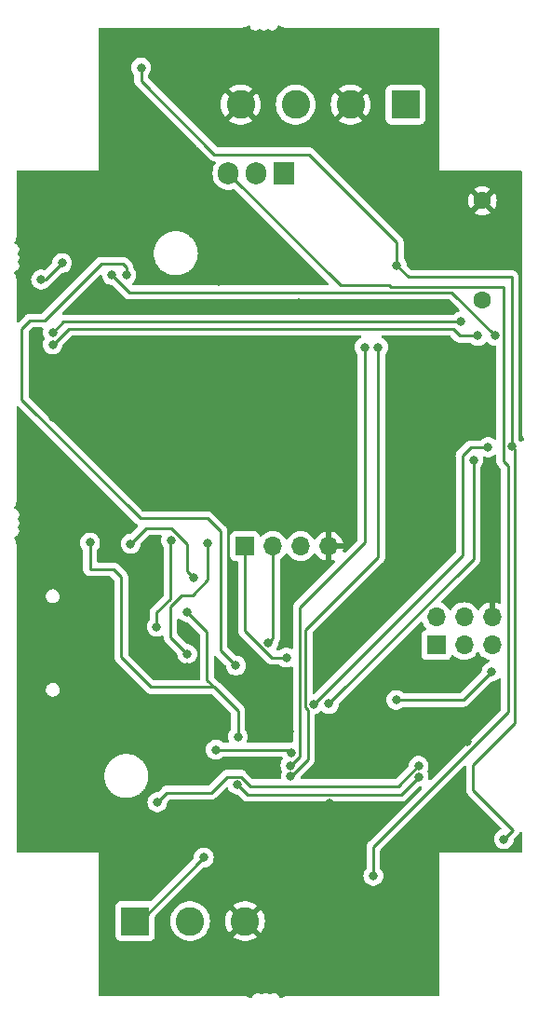
<source format=gbr>
%TF.GenerationSoftware,KiCad,Pcbnew,7.0.7*%
%TF.CreationDate,2023-10-05T08:38:53+02:00*%
%TF.ProjectId,Modbus_master,4d6f6462-7573-45f6-9d61-737465722e6b,rev?*%
%TF.SameCoordinates,PX4d3f640PY9988330*%
%TF.FileFunction,Copper,L2,Bot*%
%TF.FilePolarity,Positive*%
%FSLAX46Y46*%
G04 Gerber Fmt 4.6, Leading zero omitted, Abs format (unit mm)*
G04 Created by KiCad (PCBNEW 7.0.7) date 2023-10-05 08:38:53*
%MOMM*%
%LPD*%
G01*
G04 APERTURE LIST*
%TA.AperFunction,ComponentPad*%
%ADD10R,1.700000X1.700000*%
%TD*%
%TA.AperFunction,ComponentPad*%
%ADD11O,1.700000X1.700000*%
%TD*%
%TA.AperFunction,ComponentPad*%
%ADD12C,1.600000*%
%TD*%
%TA.AperFunction,ComponentPad*%
%ADD13R,2.600000X2.600000*%
%TD*%
%TA.AperFunction,ComponentPad*%
%ADD14C,2.600000*%
%TD*%
%TA.AperFunction,ComponentPad*%
%ADD15R,1.905000X2.000000*%
%TD*%
%TA.AperFunction,ComponentPad*%
%ADD16O,1.905000X2.000000*%
%TD*%
%TA.AperFunction,ViaPad*%
%ADD17C,0.800000*%
%TD*%
%TA.AperFunction,Conductor*%
%ADD18C,0.250000*%
%TD*%
G04 APERTURE END LIST*
D10*
%TO.P,J6,1,MISO*%
%TO.N,MISO*%
X66751800Y51744600D03*
D11*
%TO.P,J6,2,VCC*%
%TO.N,VCC_5*%
X66751800Y54284600D03*
%TO.P,J6,3,SCK*%
%TO.N,SCK*%
X69291800Y51744600D03*
%TO.P,J6,4,MOSI*%
%TO.N,MOSI*%
X69291800Y54284600D03*
%TO.P,J6,5,~{RST}*%
%TO.N,RESET*%
X71831800Y51744600D03*
%TO.P,J6,6,GND*%
%TO.N,GND*%
X71831800Y54284600D03*
%TD*%
D12*
%TO.P,C13,1*%
%TO.N,Net-(D8-A)*%
X70940000Y83130000D03*
%TO.P,C13,2*%
%TO.N,GND*%
X70940000Y92130000D03*
%TD*%
D13*
%TO.P,J1,1,Pin_1*%
%TO.N,Net-(J1-Pin_1)*%
X39360000Y26660000D03*
D14*
%TO.P,J1,2,Pin_2*%
%TO.N,Net-(J1-Pin_2)*%
X44360000Y26660000D03*
%TO.P,J1,3,Pin_3*%
%TO.N,GND*%
X49360000Y26660000D03*
%TD*%
D10*
%TO.P,J3,1,Pin_1*%
%TO.N,SCL*%
X49352800Y60736200D03*
D11*
%TO.P,J3,2,Pin_2*%
%TO.N,SDA*%
X51892800Y60736200D03*
%TO.P,J3,3,Pin_3*%
%TO.N,VCC_5*%
X54432800Y60736200D03*
%TO.P,J3,4,Pin_4*%
%TO.N,GND*%
X56972800Y60736200D03*
%TD*%
D15*
%TO.P,U3,1,VI*%
%TO.N,VCC_12-24*%
X52934200Y94619800D03*
D16*
%TO.P,U3,2,GND*%
%TO.N,GND*%
X50394200Y94619800D03*
%TO.P,U3,3,VO*%
%TO.N,PWRSTATUS*%
X47854200Y94619800D03*
%TD*%
D13*
%TO.P,J5,1,Pin_1*%
%TO.N,Net-(D4-A)*%
X63960000Y100860000D03*
D14*
%TO.P,J5,2,Pin_2*%
%TO.N,GND*%
X58960000Y100860000D03*
%TO.P,J5,3,Pin_3*%
%TO.N,Net-(D4-A)*%
X53960000Y100860000D03*
%TO.P,J5,4,Pin_4*%
%TO.N,GND*%
X48960000Y100860000D03*
%TD*%
D17*
%TO.N,GND*%
X35975000Y34565000D03*
X55560000Y22460000D03*
X71374600Y63682600D03*
X31860000Y72460000D03*
X52604000Y79405200D03*
X35060000Y87185000D03*
X48489200Y88625400D03*
X58613900Y52996200D03*
X66904200Y62793600D03*
X44100000Y49719502D03*
X49886200Y64317600D03*
X55218600Y78806800D03*
X57074400Y37419000D03*
X71476200Y56367400D03*
X62613900Y50596200D03*
X63348200Y58424800D03*
X44160000Y65260000D03*
X47007299Y84782701D03*
X35260000Y65260000D03*
X58141200Y76103200D03*
X50013200Y77297000D03*
X58396800Y31108000D03*
X56185400Y71302600D03*
X69596600Y42981600D03*
X61849600Y36225200D03*
X43155000Y34285000D03*
X32275000Y39740000D03*
X39710000Y73835500D03*
X63449800Y25125400D03*
X41960000Y65260000D03*
X62611600Y44454800D03*
X67742400Y77551000D03*
X53366000Y43870600D03*
X65199800Y95407200D03*
X29515400Y89997000D03*
X54229600Y82808800D03*
X49886200Y45191400D03*
X42215400Y91775000D03*
%TO.N,SIM_VDD*%
X44100000Y50940000D03*
X45960000Y60980000D03*
%TO.N,PWRSTATUS*%
X61026800Y30768000D03*
%TO.N,Net-(J1-Pin_1)*%
X45600000Y32440000D03*
%TO.N,RESET*%
X71781000Y49331600D03*
X63119600Y46766200D03*
%TO.N,CD*%
X53594600Y41991000D03*
X46702300Y42242300D03*
%TO.N,VDD_EXT*%
X30810800Y84969800D03*
X37260000Y85360000D03*
X32715800Y86466400D03*
X72123300Y79849100D03*
%TO.N,SIM_RXD*%
X70536400Y79849100D03*
X31860000Y79060000D03*
%TO.N,SIM_TXD*%
X68961600Y81157800D03*
X31860000Y80160000D03*
%TO.N,UART1_RXD*%
X70130000Y68534000D03*
X56998200Y46410600D03*
%TO.N,UART1_TXD*%
X71476200Y69727800D03*
X55575800Y46359800D03*
%TO.N,UART2_RXD*%
X48660000Y39060000D03*
X65151600Y39772297D03*
%TO.N,UART2_TXD*%
X41375000Y37465000D03*
X65151600Y40771800D03*
%TO.N,Net-(D1-IO1)*%
X35260000Y61060000D03*
X48717800Y43413400D03*
X44095000Y54741800D03*
%TO.N,Net-(D1-IO2)*%
X44679200Y57866000D03*
X38960000Y60960000D03*
%TO.N,Net-(D1-IO3)*%
X41326400Y53421000D03*
X42630000Y61290000D03*
%TO.N,SCL*%
X53112000Y50601600D03*
%TO.N,SDA*%
X51486400Y51947800D03*
%TO.N,LoraRX*%
X61468600Y78806800D03*
X53518400Y39806600D03*
%TO.N,LoraTX*%
X60218600Y78806800D03*
X53483955Y40805509D03*
%TO.N,VCC_5*%
X39904000Y104221000D03*
X73609800Y69778600D03*
X63171400Y86237800D03*
X72898600Y34117000D03*
%TO.N,SIM_PWRKEY*%
X48520000Y49885000D03*
X38560000Y85360000D03*
%TD*%
D18*
%TO.N,GND*%
X47007299Y84782701D02*
X47007299Y87143499D01*
X53202400Y78806800D02*
X52604000Y79405200D01*
X47007299Y87143499D02*
X48489200Y88625400D01*
X52121400Y79405200D02*
X52604000Y79405200D01*
X50013200Y77297000D02*
X52121400Y79405200D01*
X55218600Y78806800D02*
X53202400Y78806800D01*
%TO.N,SIM_VDD*%
X44577600Y56291200D02*
X45960000Y57673600D01*
X42571000Y55255396D02*
X43606804Y56291200D01*
X44100000Y50940000D02*
X42571000Y52469000D01*
X42571000Y52469000D02*
X42571000Y55255396D01*
X43606804Y56291200D02*
X44577600Y56291200D01*
X45960000Y57673600D02*
X45960000Y60980000D01*
%TO.N,PWRSTATUS*%
X72847800Y84256600D02*
X62611600Y84256600D01*
X72847800Y68451104D02*
X72847800Y84256600D01*
X62611600Y84256600D02*
X62433800Y84434400D01*
X58039600Y84434400D02*
X47854200Y94619800D01*
X73279600Y68019304D02*
X72847800Y68451104D01*
X73279600Y45639295D02*
X73279600Y68019304D01*
X61026800Y33386495D02*
X73279600Y45639295D01*
X61026800Y30768000D02*
X61026800Y33386495D01*
X62433800Y84434400D02*
X58039600Y84434400D01*
%TO.N,Net-(J1-Pin_1)*%
X39820000Y26660000D02*
X45600000Y32440000D01*
X39360000Y26660000D02*
X39820000Y26660000D01*
%TO.N,RESET*%
X63119600Y46766200D02*
X69215600Y46766200D01*
X69215600Y46766200D02*
X71781000Y49331600D01*
%TO.N,CD*%
X53594600Y41991000D02*
X53340600Y42245000D01*
X46705000Y42245000D02*
X46702300Y42242300D01*
X53340600Y42245000D02*
X46705000Y42245000D01*
%TO.N,VDD_EXT*%
X31219200Y84969800D02*
X30810800Y84969800D01*
X38813400Y83806600D02*
X37260000Y85360000D01*
X32715800Y86466400D02*
X31219200Y84969800D01*
X68165800Y83806600D02*
X38813400Y83806600D01*
X72123300Y79849100D02*
X68165800Y83806600D01*
%TO.N,SIM_RXD*%
X33297400Y80497400D02*
X31860000Y79060000D01*
X70536400Y79849100D02*
X68909800Y79849100D01*
X68909800Y79849100D02*
X68261500Y80497400D01*
X68261500Y80497400D02*
X33297400Y80497400D01*
%TO.N,SIM_TXD*%
X32857800Y81157800D02*
X31860000Y80160000D01*
X68961600Y81157800D02*
X32857800Y81157800D01*
%TO.N,UART1_RXD*%
X70130000Y59542400D02*
X70130000Y68534000D01*
X56998200Y46410600D02*
X70130000Y59542400D01*
%TO.N,UART1_TXD*%
X55575800Y46359800D02*
X69139400Y59923400D01*
X69139400Y59923400D02*
X69139400Y68940400D01*
X69139400Y68940400D02*
X69926800Y69727800D01*
X69926800Y69727800D02*
X71476200Y69727800D01*
%TO.N,UART2_RXD*%
X49576000Y38144000D02*
X48660000Y39060000D01*
X65151600Y39772297D02*
X63523303Y38144000D01*
X63523303Y38144000D02*
X49576000Y38144000D01*
%TO.N,UART2_TXD*%
X41375000Y37465000D02*
X42250000Y38340000D01*
X48960305Y39785000D02*
X49827705Y38917600D01*
X47695000Y39785000D02*
X48960305Y39785000D01*
X42250000Y38340000D02*
X46250000Y38340000D01*
X63271598Y38917600D02*
X65125798Y40771800D01*
X46250000Y38340000D02*
X47695000Y39785000D01*
X65125798Y40771800D02*
X65151600Y40771800D01*
X49827705Y38917600D02*
X63271598Y38917600D01*
%TO.N,Net-(D1-IO1)*%
X45898400Y52938400D02*
X45898400Y48596905D01*
X48717800Y45777505D02*
X46560305Y47935000D01*
X46560305Y47935000D02*
X40818000Y47935000D01*
X48717800Y43413400D02*
X48717800Y45777505D01*
X38100600Y50652400D02*
X38100600Y57919400D01*
X37385305Y58634695D02*
X35260000Y58634695D01*
X40818000Y47935000D02*
X38100600Y50652400D01*
X44095000Y54741800D02*
X45898400Y52938400D01*
X38100600Y57919400D02*
X37385305Y58634695D01*
X35260000Y58634695D02*
X35260000Y61060000D01*
X45898400Y48596905D02*
X46560305Y47935000D01*
%TO.N,Net-(D1-IO2)*%
X44100000Y58445200D02*
X44100000Y60904695D01*
X42619695Y62385000D02*
X40385000Y62385000D01*
X40385000Y62385000D02*
X38960000Y60960000D01*
X44100000Y60904695D02*
X42619695Y62385000D01*
X44679200Y57866000D02*
X44100000Y58445200D01*
%TO.N,Net-(D1-IO3)*%
X41326400Y54726400D02*
X42560000Y55960000D01*
X42560000Y55960000D02*
X42560000Y61220000D01*
X42560000Y61220000D02*
X42630000Y61290000D01*
X41326400Y53421000D02*
X41326400Y54726400D01*
%TO.N,SCL*%
X51807295Y50601600D02*
X49352800Y53056095D01*
X49352800Y53056095D02*
X49352800Y60736200D01*
X53112000Y50601600D02*
X51807295Y50601600D01*
%TO.N,SDA*%
X51892800Y52354200D02*
X51892800Y60736200D01*
X51486400Y51947800D02*
X51892800Y52354200D01*
%TO.N,LoraRX*%
X55067800Y41364049D02*
X55067800Y45842495D01*
X53518400Y40080509D02*
X53784260Y40080509D01*
X61468600Y59745600D02*
X61468600Y78806800D01*
X53784260Y40080509D02*
X55067800Y41364049D01*
X55067800Y45842495D02*
X54850800Y46059495D01*
X53518400Y39806600D02*
X53518400Y40080509D01*
X54850800Y53127800D02*
X61468600Y59745600D01*
X54850800Y46059495D02*
X54850800Y53127800D01*
%TO.N,LoraTX*%
X60218600Y78806800D02*
X60218600Y61061000D01*
X54331200Y55173600D02*
X54331200Y41652754D01*
X60218600Y61061000D02*
X54331200Y55173600D01*
X54331200Y41652754D02*
X53483955Y40805509D01*
%TO.N,VCC_5*%
X63171400Y88319600D02*
X55144000Y96347000D01*
X63171400Y86237800D02*
X63171400Y88319600D01*
X73914600Y69473800D02*
X73914600Y44632600D01*
X39904000Y103027200D02*
X39904000Y104221000D01*
X73609800Y85196400D02*
X64212800Y85196400D01*
X73914600Y44632600D02*
X70104600Y40822600D01*
X73609800Y69778600D02*
X73609800Y85196400D01*
X55144000Y96347000D02*
X46584200Y96347000D01*
X64212800Y85196400D02*
X63171400Y86237800D01*
X70104600Y40822600D02*
X70104600Y38587400D01*
X73736800Y34955200D02*
X72898600Y34117000D01*
X73609800Y69778600D02*
X73914600Y69473800D01*
X46584200Y96347000D02*
X39904000Y103027200D01*
X70104600Y38587400D02*
X73736800Y34955200D01*
%TO.N,SIM_PWRKEY*%
X39834695Y63260000D02*
X29055000Y74039695D01*
X38560000Y86100000D02*
X38560000Y85360000D01*
X38250000Y86410000D02*
X38560000Y86100000D01*
X45950000Y63260000D02*
X39834695Y63260000D01*
X48520000Y49885000D02*
X47117600Y51287400D01*
X29790000Y81240000D02*
X31120000Y81240000D01*
X29055000Y74039695D02*
X29055000Y80505000D01*
X31120000Y81240000D02*
X36290000Y86410000D01*
X36290000Y86410000D02*
X38250000Y86410000D01*
X47117600Y51287400D02*
X47117600Y62092400D01*
X47117600Y62092400D02*
X45950000Y63260000D01*
X29055000Y80505000D02*
X29790000Y81240000D01*
%TD*%
%TA.AperFunction,Conductor*%
%TO.N,GND*%
G36*
X28765702Y73443957D02*
G01*
X28772179Y73437926D01*
X34056915Y68153189D01*
X39333892Y62876212D01*
X39343717Y62863949D01*
X39343938Y62864131D01*
X39348909Y62858122D01*
X39374912Y62833705D01*
X39399330Y62810774D01*
X39420224Y62789880D01*
X39425706Y62785627D01*
X39430138Y62781843D01*
X39464113Y62749938D01*
X39481671Y62740286D01*
X39497928Y62729607D01*
X39513759Y62717327D01*
X39546488Y62703164D01*
X39556528Y62698819D01*
X39561775Y62696248D01*
X39570524Y62691439D01*
X39578289Y62687170D01*
X39627554Y62637624D01*
X39642211Y62569310D01*
X39617609Y62503915D01*
X39606234Y62490826D01*
X39012228Y61896819D01*
X38950905Y61863334D01*
X38924547Y61860500D01*
X38865354Y61860500D01*
X38845369Y61856252D01*
X38680197Y61821145D01*
X38680192Y61821143D01*
X38507270Y61744152D01*
X38507265Y61744149D01*
X38354129Y61632889D01*
X38227466Y61492215D01*
X38132821Y61328285D01*
X38132818Y61328278D01*
X38076545Y61155085D01*
X38074326Y61148256D01*
X38054540Y60960000D01*
X38074326Y60771744D01*
X38074327Y60771741D01*
X38132818Y60591723D01*
X38132821Y60591716D01*
X38227467Y60427784D01*
X38354128Y60287112D01*
X38354129Y60287112D01*
X38507265Y60175852D01*
X38507270Y60175849D01*
X38680192Y60098858D01*
X38680197Y60098856D01*
X38865354Y60059500D01*
X38865355Y60059500D01*
X39054644Y60059500D01*
X39054646Y60059500D01*
X39239803Y60098856D01*
X39412730Y60175849D01*
X39565871Y60287112D01*
X39692533Y60427784D01*
X39787179Y60591716D01*
X39845674Y60771744D01*
X39863321Y60939656D01*
X39889904Y61004266D01*
X39898950Y61014361D01*
X40607771Y61723181D01*
X40669095Y61756666D01*
X40695453Y61759500D01*
X41665036Y61759500D01*
X41732075Y61739815D01*
X41777830Y61687011D01*
X41787774Y61617853D01*
X41782967Y61597182D01*
X41744327Y61478260D01*
X41744326Y61478256D01*
X41724540Y61290000D01*
X41744326Y61101744D01*
X41744327Y61101741D01*
X41802818Y60921723D01*
X41802821Y60921716D01*
X41897467Y60757784D01*
X41902649Y60752029D01*
X41932879Y60689038D01*
X41934500Y60669056D01*
X41934500Y56270454D01*
X41914815Y56203415D01*
X41898181Y56182773D01*
X40942608Y55227201D01*
X40930351Y55217380D01*
X40930534Y55217159D01*
X40924523Y55212187D01*
X40877172Y55161764D01*
X40856289Y55140881D01*
X40856277Y55140868D01*
X40852021Y55135383D01*
X40848237Y55130953D01*
X40816337Y55096982D01*
X40816336Y55096980D01*
X40806684Y55079424D01*
X40796010Y55063174D01*
X40783729Y55047339D01*
X40783724Y55047332D01*
X40765215Y55004562D01*
X40762645Y54999316D01*
X40740203Y54958494D01*
X40735222Y54939093D01*
X40728921Y54920690D01*
X40720962Y54902298D01*
X40720961Y54902295D01*
X40713671Y54856273D01*
X40712487Y54850554D01*
X40700901Y54805428D01*
X40700900Y54805418D01*
X40700900Y54785384D01*
X40699373Y54765985D01*
X40696240Y54746206D01*
X40696239Y54746203D01*
X40700624Y54699815D01*
X40700899Y54693979D01*
X40700900Y54119688D01*
X40681216Y54052649D01*
X40669050Y54036716D01*
X40593866Y53953216D01*
X40499221Y53789285D01*
X40499218Y53789278D01*
X40440727Y53609260D01*
X40440726Y53609256D01*
X40420940Y53421000D01*
X40440726Y53232744D01*
X40440727Y53232741D01*
X40499218Y53052723D01*
X40499221Y53052716D01*
X40593867Y52888784D01*
X40699928Y52770992D01*
X40720529Y52748112D01*
X40873665Y52636852D01*
X40873670Y52636849D01*
X41046592Y52559858D01*
X41046597Y52559856D01*
X41231754Y52520500D01*
X41231755Y52520500D01*
X41421044Y52520500D01*
X41421046Y52520500D01*
X41606203Y52559856D01*
X41769119Y52632393D01*
X41838369Y52641677D01*
X41901645Y52612049D01*
X41938859Y52552915D01*
X41943494Y52523009D01*
X41945500Y52459186D01*
X41945500Y52429657D01*
X41945501Y52429640D01*
X41946368Y52422769D01*
X41946826Y52416950D01*
X41948290Y52370376D01*
X41948291Y52370373D01*
X41953880Y52351133D01*
X41957824Y52332089D01*
X41960032Y52314617D01*
X41960336Y52312209D01*
X41977490Y52268881D01*
X41979382Y52263353D01*
X41992381Y52218612D01*
X42002580Y52201366D01*
X42011136Y52183900D01*
X42013353Y52178303D01*
X42018514Y52165268D01*
X42045898Y52127577D01*
X42049106Y52122693D01*
X42072827Y52082584D01*
X42072833Y52082576D01*
X42086990Y52068420D01*
X42099627Y52053625D01*
X42111406Y52037413D01*
X42135543Y52017445D01*
X42147309Y52007712D01*
X42151620Y52003790D01*
X42658765Y51496645D01*
X43161038Y50994372D01*
X43194523Y50933049D01*
X43196678Y50919653D01*
X43201560Y50873204D01*
X43214326Y50751744D01*
X43214327Y50751741D01*
X43272818Y50571723D01*
X43272821Y50571716D01*
X43367467Y50407784D01*
X43459030Y50306093D01*
X43494129Y50267112D01*
X43647265Y50155852D01*
X43647270Y50155849D01*
X43820192Y50078858D01*
X43820197Y50078856D01*
X44005354Y50039500D01*
X44005355Y50039500D01*
X44194644Y50039500D01*
X44194646Y50039500D01*
X44379803Y50078856D01*
X44552730Y50155849D01*
X44705871Y50267112D01*
X44832533Y50407784D01*
X44927179Y50571716D01*
X44985674Y50751744D01*
X45005460Y50940000D01*
X44985674Y51128256D01*
X44927179Y51308284D01*
X44832533Y51472216D01*
X44705871Y51612888D01*
X44705870Y51612889D01*
X44552734Y51724149D01*
X44552729Y51724152D01*
X44379807Y51801143D01*
X44379802Y51801145D01*
X44234001Y51832135D01*
X44194646Y51840500D01*
X44194645Y51840500D01*
X44135452Y51840500D01*
X44068413Y51860185D01*
X44047771Y51876819D01*
X43232819Y52691772D01*
X43199334Y52753095D01*
X43196500Y52779453D01*
X43196500Y54070879D01*
X43216185Y54137918D01*
X43268989Y54183673D01*
X43338147Y54193617D01*
X43401703Y54164592D01*
X43412644Y54153857D01*
X43426996Y54137918D01*
X43489129Y54068912D01*
X43642265Y53957652D01*
X43642270Y53957649D01*
X43815192Y53880658D01*
X43815197Y53880656D01*
X44000354Y53841300D01*
X44059548Y53841300D01*
X44126587Y53821615D01*
X44147228Y53804981D01*
X45236582Y52715628D01*
X45270066Y52654307D01*
X45272900Y52627949D01*
X45272900Y48684500D01*
X45253215Y48617461D01*
X45200411Y48571706D01*
X45148900Y48560500D01*
X41128452Y48560500D01*
X41061413Y48580185D01*
X41040771Y48596819D01*
X38762419Y50875172D01*
X38728934Y50936495D01*
X38726100Y50962853D01*
X38726100Y57836658D01*
X38727824Y57852278D01*
X38727539Y57852304D01*
X38728271Y57860060D01*
X38728273Y57860067D01*
X38726100Y57929215D01*
X38726100Y57958750D01*
X38725231Y57965628D01*
X38724772Y57971457D01*
X38723309Y58018028D01*
X38717722Y58037256D01*
X38713774Y58056316D01*
X38711264Y58076192D01*
X38711263Y58076194D01*
X38711263Y58076196D01*
X38694112Y58119513D01*
X38692219Y58125042D01*
X38679218Y58169791D01*
X38679216Y58169794D01*
X38669023Y58187029D01*
X38660461Y58204506D01*
X38653087Y58223130D01*
X38653086Y58223132D01*
X38625679Y58260855D01*
X38622488Y58265714D01*
X38598772Y58305817D01*
X38598765Y58305826D01*
X38584606Y58319985D01*
X38571968Y58334781D01*
X38569218Y58338566D01*
X38560194Y58350987D01*
X38550070Y58359362D01*
X38524288Y58380691D01*
X38519976Y58384614D01*
X37886108Y59018483D01*
X37876285Y59030745D01*
X37876064Y59030561D01*
X37871091Y59036572D01*
X37855432Y59051277D01*
X37820669Y59083922D01*
X37810224Y59094367D01*
X37799780Y59104812D01*
X37794291Y59109070D01*
X37789866Y59112848D01*
X37755887Y59144757D01*
X37755885Y59144759D01*
X37755882Y59144760D01*
X37738334Y59154407D01*
X37722068Y59165091D01*
X37706241Y59177368D01*
X37706240Y59177369D01*
X37706238Y59177370D01*
X37663473Y59195877D01*
X37658227Y59198447D01*
X37617398Y59220892D01*
X37617397Y59220893D01*
X37597998Y59225873D01*
X37579586Y59232177D01*
X37561203Y59240133D01*
X37561197Y59240135D01*
X37515179Y59247423D01*
X37509457Y59248608D01*
X37464326Y59260195D01*
X37464324Y59260195D01*
X37444289Y59260195D01*
X37424891Y59261722D01*
X37417467Y59262898D01*
X37405110Y59264855D01*
X37405109Y59264855D01*
X37358721Y59260470D01*
X37352883Y59260195D01*
X36009500Y59260195D01*
X35942461Y59279880D01*
X35896706Y59332684D01*
X35885500Y59384195D01*
X35885500Y60361313D01*
X35905185Y60428352D01*
X35917350Y60444285D01*
X35955090Y60486200D01*
X35992533Y60527784D01*
X36087179Y60691716D01*
X36145674Y60871744D01*
X36165460Y61060000D01*
X36145674Y61248256D01*
X36087179Y61428284D01*
X35992533Y61592216D01*
X35865871Y61732888D01*
X35850369Y61744151D01*
X35712734Y61844149D01*
X35712729Y61844152D01*
X35539807Y61921143D01*
X35539802Y61921145D01*
X35364610Y61958382D01*
X35354646Y61960500D01*
X35165354Y61960500D01*
X35155390Y61958382D01*
X34980197Y61921145D01*
X34980192Y61921143D01*
X34807270Y61844152D01*
X34807265Y61844149D01*
X34654129Y61732889D01*
X34527466Y61592215D01*
X34432821Y61428285D01*
X34432818Y61428278D01*
X34374402Y61248491D01*
X34374326Y61248256D01*
X34354540Y61060000D01*
X34374326Y60871744D01*
X34374327Y60871741D01*
X34432818Y60691723D01*
X34432821Y60691716D01*
X34527467Y60527784D01*
X34551771Y60500792D01*
X34602650Y60444285D01*
X34632880Y60381294D01*
X34634500Y60361313D01*
X34634500Y58705543D01*
X34632305Y58682316D01*
X34630773Y58674283D01*
X34634378Y58616971D01*
X34634500Y58613100D01*
X34634500Y58595339D01*
X34636725Y58577727D01*
X34637091Y58573852D01*
X34640696Y58516557D01*
X34643222Y58508781D01*
X34648309Y58486023D01*
X34649334Y58477911D01*
X34649336Y58477903D01*
X34670469Y58424525D01*
X34671788Y58420862D01*
X34689532Y58366255D01*
X34693907Y58359362D01*
X34704503Y58338566D01*
X34707511Y58330969D01*
X34707513Y58330964D01*
X34741265Y58284508D01*
X34743455Y58281286D01*
X34774213Y58232819D01*
X34780164Y58227231D01*
X34795604Y58209717D01*
X34800403Y58203110D01*
X34844647Y58166508D01*
X34847567Y58163934D01*
X34889418Y58124633D01*
X34896578Y58120697D01*
X34915879Y58107581D01*
X34922177Y58102371D01*
X34922178Y58102371D01*
X34922179Y58102370D01*
X34974125Y58077926D01*
X34977597Y58076157D01*
X35027903Y58048500D01*
X35027905Y58048500D01*
X35027908Y58048498D01*
X35033205Y58047139D01*
X35035814Y58046468D01*
X35057777Y58038562D01*
X35065174Y58035081D01*
X35121576Y58024322D01*
X35125362Y58023476D01*
X35180981Y58009195D01*
X35189153Y58009195D01*
X35212385Y58006999D01*
X35213989Y58006694D01*
X35220412Y58005468D01*
X35277724Y58009074D01*
X35281597Y58009195D01*
X37074853Y58009195D01*
X37141892Y57989510D01*
X37162534Y57972876D01*
X37438781Y57696629D01*
X37472266Y57635306D01*
X37475100Y57608948D01*
X37475100Y50735145D01*
X37473375Y50719528D01*
X37473661Y50719501D01*
X37472926Y50711735D01*
X37475100Y50642586D01*
X37475100Y50613057D01*
X37475101Y50613040D01*
X37475968Y50606169D01*
X37476426Y50600350D01*
X37477890Y50553776D01*
X37477891Y50553773D01*
X37483480Y50534533D01*
X37487424Y50515489D01*
X37489936Y50495608D01*
X37499800Y50470694D01*
X37507090Y50452281D01*
X37508982Y50446753D01*
X37520303Y50407786D01*
X37521982Y50402010D01*
X37524800Y50397244D01*
X37532180Y50384766D01*
X37540738Y50367297D01*
X37548114Y50348668D01*
X37575498Y50310977D01*
X37578706Y50306093D01*
X37602427Y50265984D01*
X37602433Y50265976D01*
X37616590Y50251820D01*
X37629228Y50237024D01*
X37641005Y50220814D01*
X37641006Y50220813D01*
X37676909Y50191112D01*
X37681220Y50187190D01*
X39668343Y48200066D01*
X40317197Y47551212D01*
X40327022Y47538949D01*
X40327243Y47539131D01*
X40332214Y47533122D01*
X40358217Y47508705D01*
X40382635Y47485774D01*
X40403529Y47464880D01*
X40409011Y47460627D01*
X40413443Y47456843D01*
X40447418Y47424938D01*
X40464976Y47415286D01*
X40481233Y47404607D01*
X40497064Y47392327D01*
X40516737Y47383814D01*
X40539833Y47373818D01*
X40545077Y47371250D01*
X40585908Y47348803D01*
X40598523Y47345565D01*
X40605305Y47343823D01*
X40623719Y47337519D01*
X40642104Y47329562D01*
X40688157Y47322268D01*
X40693826Y47321094D01*
X40738981Y47309500D01*
X40759016Y47309500D01*
X40778413Y47307974D01*
X40798196Y47304840D01*
X40844583Y47309225D01*
X40850422Y47309500D01*
X46249853Y47309500D01*
X46316892Y47289815D01*
X46337534Y47273181D01*
X48055981Y45554734D01*
X48089466Y45493411D01*
X48092300Y45467053D01*
X48092300Y44112088D01*
X48072615Y44045049D01*
X48060450Y44029116D01*
X47985266Y43945616D01*
X47890621Y43781685D01*
X47890618Y43781678D01*
X47832127Y43601660D01*
X47832126Y43601656D01*
X47812340Y43413400D01*
X47832126Y43225144D01*
X47832127Y43225141D01*
X47890618Y43045123D01*
X47890698Y43044944D01*
X47890713Y43044832D01*
X47892629Y43038935D01*
X47891551Y43038585D01*
X47899988Y42975694D01*
X47870364Y42912416D01*
X47811231Y42875198D01*
X47777422Y42870500D01*
X47403616Y42870500D01*
X47336577Y42890185D01*
X47311466Y42911529D01*
X47308171Y42915188D01*
X47269906Y42942989D01*
X47155034Y43026449D01*
X47155029Y43026452D01*
X46982107Y43103443D01*
X46982102Y43103445D01*
X46836301Y43134435D01*
X46796946Y43142800D01*
X46607654Y43142800D01*
X46575197Y43135902D01*
X46422497Y43103445D01*
X46422492Y43103443D01*
X46249570Y43026452D01*
X46249565Y43026449D01*
X46096429Y42915189D01*
X45969766Y42774515D01*
X45875121Y42610585D01*
X45875118Y42610578D01*
X45816627Y42430560D01*
X45816626Y42430556D01*
X45796840Y42242300D01*
X45816626Y42054044D01*
X45816627Y42054041D01*
X45875118Y41874023D01*
X45875121Y41874016D01*
X45969767Y41710084D01*
X46065981Y41603228D01*
X46096429Y41569412D01*
X46249565Y41458152D01*
X46249570Y41458149D01*
X46422492Y41381158D01*
X46422497Y41381156D01*
X46607654Y41341800D01*
X46607655Y41341800D01*
X46796944Y41341800D01*
X46796946Y41341800D01*
X46982103Y41381156D01*
X47155030Y41458149D01*
X47308171Y41569412D01*
X47316331Y41578475D01*
X47375818Y41615121D01*
X47408479Y41619500D01*
X52697687Y41619500D01*
X52764726Y41599815D01*
X52805074Y41557499D01*
X52813973Y41542086D01*
X52816381Y41537915D01*
X52832851Y41470015D01*
X52809998Y41403988D01*
X52801143Y41392947D01*
X52751421Y41337724D01*
X52656776Y41173794D01*
X52656773Y41173787D01*
X52598282Y40993769D01*
X52598281Y40993765D01*
X52578495Y40805509D01*
X52598281Y40617253D01*
X52598282Y40617250D01*
X52656773Y40437232D01*
X52656775Y40437228D01*
X52656776Y40437225D01*
X52710099Y40344867D01*
X52713934Y40338224D01*
X52730406Y40270324D01*
X52713935Y40214228D01*
X52691220Y40174884D01*
X52635328Y40002864D01*
X52632726Y39994856D01*
X52612940Y39806600D01*
X52626239Y39680060D01*
X52613670Y39611332D01*
X52565938Y39560308D01*
X52502919Y39543100D01*
X50138157Y39543100D01*
X50071118Y39562785D01*
X50050476Y39579419D01*
X49759928Y39869967D01*
X49461108Y40168788D01*
X49451285Y40181050D01*
X49451064Y40180866D01*
X49446091Y40186877D01*
X49427464Y40204369D01*
X49395669Y40234227D01*
X49385224Y40244672D01*
X49374780Y40255117D01*
X49369291Y40259375D01*
X49364866Y40263153D01*
X49330887Y40295062D01*
X49330885Y40295064D01*
X49330882Y40295065D01*
X49313334Y40304712D01*
X49297068Y40315396D01*
X49296970Y40315472D01*
X49281241Y40327673D01*
X49281240Y40327674D01*
X49281238Y40327675D01*
X49238473Y40346182D01*
X49233227Y40348752D01*
X49192398Y40371197D01*
X49192397Y40371198D01*
X49172998Y40376178D01*
X49154586Y40382482D01*
X49136203Y40390438D01*
X49136197Y40390440D01*
X49090179Y40397728D01*
X49084457Y40398913D01*
X49039326Y40410500D01*
X49039324Y40410500D01*
X49019289Y40410500D01*
X48999891Y40412027D01*
X48992467Y40413203D01*
X48980110Y40415160D01*
X48980109Y40415160D01*
X48933721Y40410775D01*
X48927883Y40410500D01*
X47777743Y40410500D01*
X47762122Y40412225D01*
X47762095Y40411939D01*
X47754333Y40412674D01*
X47685172Y40410500D01*
X47655649Y40410500D01*
X47648778Y40409633D01*
X47642959Y40409175D01*
X47596374Y40407711D01*
X47596368Y40407710D01*
X47577126Y40402120D01*
X47558087Y40398177D01*
X47538217Y40395666D01*
X47538203Y40395663D01*
X47494883Y40378512D01*
X47489358Y40376620D01*
X47444613Y40363620D01*
X47444610Y40363619D01*
X47427366Y40353421D01*
X47409905Y40344867D01*
X47391274Y40337490D01*
X47391262Y40337483D01*
X47353570Y40310098D01*
X47348687Y40306891D01*
X47308580Y40283171D01*
X47294414Y40269005D01*
X47279624Y40256373D01*
X47263414Y40244596D01*
X47263411Y40244593D01*
X47233710Y40208691D01*
X47229777Y40204369D01*
X46027228Y39001819D01*
X45965905Y38968334D01*
X45939547Y38965500D01*
X42332743Y38965500D01*
X42317122Y38967225D01*
X42317096Y38966939D01*
X42309334Y38967673D01*
X42309333Y38967673D01*
X42240186Y38965500D01*
X42210649Y38965500D01*
X42203766Y38964631D01*
X42197949Y38964174D01*
X42151373Y38962710D01*
X42132129Y38957119D01*
X42113079Y38953175D01*
X42093211Y38950666D01*
X42049884Y38933512D01*
X42044358Y38931621D01*
X41999614Y38918621D01*
X41999610Y38918619D01*
X41982366Y38908421D01*
X41964905Y38899867D01*
X41946274Y38892490D01*
X41946262Y38892483D01*
X41908570Y38865098D01*
X41903687Y38861891D01*
X41863580Y38838171D01*
X41849414Y38824005D01*
X41834624Y38811373D01*
X41818414Y38799596D01*
X41818411Y38799593D01*
X41788710Y38763691D01*
X41784777Y38759369D01*
X41602996Y38577586D01*
X41427229Y38401819D01*
X41365906Y38368334D01*
X41339548Y38365500D01*
X41280354Y38365500D01*
X41247897Y38358602D01*
X41095197Y38326145D01*
X41095192Y38326143D01*
X40922270Y38249152D01*
X40922265Y38249149D01*
X40769129Y38137889D01*
X40642466Y37997215D01*
X40547821Y37833285D01*
X40547818Y37833278D01*
X40493415Y37665841D01*
X40489326Y37653256D01*
X40469540Y37465000D01*
X40489326Y37276744D01*
X40489327Y37276741D01*
X40547818Y37096723D01*
X40547821Y37096716D01*
X40642467Y36932784D01*
X40769128Y36792112D01*
X40769129Y36792112D01*
X40922265Y36680852D01*
X40922270Y36680849D01*
X41095192Y36603858D01*
X41095197Y36603856D01*
X41280354Y36564500D01*
X41280355Y36564500D01*
X41469644Y36564500D01*
X41469646Y36564500D01*
X41654803Y36603856D01*
X41827730Y36680849D01*
X41980871Y36792112D01*
X42107533Y36932784D01*
X42202179Y37096716D01*
X42260674Y37276744D01*
X42278321Y37444656D01*
X42304904Y37509266D01*
X42313941Y37519352D01*
X42472773Y37678184D01*
X42534096Y37711666D01*
X42560453Y37714500D01*
X46167257Y37714500D01*
X46182877Y37712776D01*
X46182904Y37713061D01*
X46190660Y37712329D01*
X46190667Y37712327D01*
X46259814Y37714500D01*
X46289350Y37714500D01*
X46296228Y37715370D01*
X46302041Y37715828D01*
X46348627Y37717291D01*
X46367869Y37722883D01*
X46386912Y37726826D01*
X46406792Y37729336D01*
X46450122Y37746493D01*
X46455646Y37748383D01*
X46463050Y37750534D01*
X46500390Y37761382D01*
X46517629Y37771578D01*
X46535103Y37780138D01*
X46553727Y37787512D01*
X46553727Y37787513D01*
X46553732Y37787514D01*
X46591449Y37814918D01*
X46596305Y37818108D01*
X46636420Y37841830D01*
X46650589Y37856001D01*
X46665379Y37868632D01*
X46681587Y37880406D01*
X46711299Y37916324D01*
X46715212Y37920624D01*
X47604761Y38810173D01*
X47666082Y38843656D01*
X47735774Y38838672D01*
X47791707Y38796800D01*
X47810371Y38760809D01*
X47832819Y38691720D01*
X47832821Y38691716D01*
X47927467Y38527784D01*
X48021314Y38423557D01*
X48054129Y38387112D01*
X48207265Y38275852D01*
X48207270Y38275849D01*
X48380192Y38198858D01*
X48380197Y38198856D01*
X48565354Y38159500D01*
X48624548Y38159500D01*
X48691587Y38139815D01*
X48712229Y38123181D01*
X49075194Y37760216D01*
X49085019Y37747952D01*
X49085240Y37748134D01*
X49090210Y37742127D01*
X49090213Y37742124D01*
X49090214Y37742123D01*
X49140651Y37694759D01*
X49161530Y37673880D01*
X49167004Y37669634D01*
X49171442Y37665844D01*
X49205418Y37633938D01*
X49205422Y37633936D01*
X49222973Y37624287D01*
X49239231Y37613608D01*
X49255064Y37601326D01*
X49277015Y37591828D01*
X49297837Y37582817D01*
X49303081Y37580248D01*
X49343908Y37557803D01*
X49363312Y37552821D01*
X49381710Y37546522D01*
X49400105Y37538562D01*
X49446129Y37531274D01*
X49451832Y37530093D01*
X49496981Y37518500D01*
X49517016Y37518500D01*
X49536413Y37516974D01*
X49556196Y37513840D01*
X49602583Y37518225D01*
X49608422Y37518500D01*
X63440560Y37518500D01*
X63456180Y37516776D01*
X63456207Y37517061D01*
X63463963Y37516329D01*
X63463970Y37516327D01*
X63533117Y37518500D01*
X63562653Y37518500D01*
X63569531Y37519370D01*
X63575344Y37519828D01*
X63621930Y37521291D01*
X63641172Y37526883D01*
X63660215Y37530826D01*
X63680095Y37533336D01*
X63723425Y37550493D01*
X63728949Y37552383D01*
X63732699Y37553473D01*
X63773693Y37565382D01*
X63790932Y37575578D01*
X63808406Y37584138D01*
X63827030Y37591512D01*
X63827030Y37591513D01*
X63827035Y37591514D01*
X63864752Y37618918D01*
X63869608Y37622108D01*
X63909723Y37645830D01*
X63923892Y37660001D01*
X63938682Y37672632D01*
X63954890Y37684406D01*
X63984602Y37720324D01*
X63988515Y37724624D01*
X65099370Y38835478D01*
X65160694Y38868963D01*
X65187052Y38871797D01*
X65246244Y38871797D01*
X65246246Y38871797D01*
X65320959Y38887678D01*
X65390623Y38882362D01*
X65446357Y38840226D01*
X65470463Y38774646D01*
X65455286Y38706444D01*
X65434419Y38678707D01*
X60643008Y33887296D01*
X60630751Y33877475D01*
X60630934Y33877254D01*
X60624923Y33872282D01*
X60577572Y33821859D01*
X60556689Y33800976D01*
X60556677Y33800963D01*
X60552421Y33795478D01*
X60548637Y33791048D01*
X60516737Y33757077D01*
X60516736Y33757075D01*
X60507084Y33739519D01*
X60496410Y33723269D01*
X60484129Y33707434D01*
X60484124Y33707427D01*
X60465615Y33664657D01*
X60463045Y33659411D01*
X60440603Y33618589D01*
X60435622Y33599188D01*
X60429321Y33580785D01*
X60421362Y33562393D01*
X60421361Y33562390D01*
X60414071Y33516368D01*
X60412887Y33510649D01*
X60401301Y33465523D01*
X60401300Y33465513D01*
X60401300Y33445479D01*
X60399773Y33426080D01*
X60396640Y33406301D01*
X60396640Y33406300D01*
X60401025Y33359912D01*
X60401300Y33354074D01*
X60401300Y31466688D01*
X60381615Y31399649D01*
X60369450Y31383716D01*
X60294266Y31300216D01*
X60199621Y31136285D01*
X60199618Y31136278D01*
X60141127Y30956260D01*
X60141126Y30956256D01*
X60121340Y30768000D01*
X60141126Y30579744D01*
X60141127Y30579741D01*
X60199618Y30399723D01*
X60199621Y30399716D01*
X60294267Y30235784D01*
X60420928Y30095112D01*
X60420929Y30095112D01*
X60574065Y29983852D01*
X60574070Y29983849D01*
X60746992Y29906858D01*
X60746997Y29906856D01*
X60932154Y29867500D01*
X60932155Y29867500D01*
X61121444Y29867500D01*
X61121446Y29867500D01*
X61306603Y29906856D01*
X61479530Y29983849D01*
X61632671Y30095112D01*
X61759333Y30235784D01*
X61853979Y30399716D01*
X61912474Y30579744D01*
X61932260Y30768000D01*
X61912474Y30956256D01*
X61853979Y31136284D01*
X61759333Y31300216D01*
X61684150Y31383716D01*
X61653920Y31446708D01*
X61652300Y31466688D01*
X61652300Y33076044D01*
X61671985Y33143083D01*
X61688614Y33163720D01*
X69267419Y40742524D01*
X69328742Y40776009D01*
X69398434Y40771025D01*
X69454367Y40729153D01*
X69478784Y40663689D01*
X69479100Y40654843D01*
X69479100Y38670145D01*
X69477375Y38654528D01*
X69477661Y38654501D01*
X69476926Y38646735D01*
X69479100Y38577586D01*
X69479100Y38548057D01*
X69479101Y38548040D01*
X69479968Y38541169D01*
X69480426Y38535350D01*
X69481890Y38488776D01*
X69481891Y38488773D01*
X69487480Y38469533D01*
X69491424Y38450489D01*
X69493936Y38430608D01*
X69505299Y38401908D01*
X69511090Y38387281D01*
X69512982Y38381753D01*
X69524905Y38340715D01*
X69525982Y38337010D01*
X69532408Y38326143D01*
X69536180Y38319766D01*
X69544738Y38302297D01*
X69552114Y38283668D01*
X69579498Y38245977D01*
X69582706Y38241093D01*
X69606427Y38200984D01*
X69606433Y38200976D01*
X69620590Y38186820D01*
X69633227Y38172025D01*
X69645006Y38155813D01*
X69664344Y38139815D01*
X69680909Y38126112D01*
X69685220Y38122190D01*
X71203552Y36603858D01*
X72636850Y35170560D01*
X72670335Y35109237D01*
X72665351Y35039545D01*
X72623479Y34983612D01*
X72599605Y34969600D01*
X72445870Y34901152D01*
X72445865Y34901149D01*
X72292729Y34789889D01*
X72166066Y34649215D01*
X72071421Y34485285D01*
X72071418Y34485278D01*
X72012927Y34305260D01*
X72012926Y34305256D01*
X71993140Y34117000D01*
X72012926Y33928744D01*
X72012927Y33928741D01*
X72071418Y33748723D01*
X72071421Y33748716D01*
X72166067Y33584784D01*
X72291498Y33445479D01*
X72292729Y33444112D01*
X72445865Y33332852D01*
X72445870Y33332849D01*
X72618792Y33255858D01*
X72618797Y33255856D01*
X72803954Y33216500D01*
X72803955Y33216500D01*
X72993244Y33216500D01*
X72993246Y33216500D01*
X73178403Y33255856D01*
X73351330Y33332849D01*
X73504471Y33444112D01*
X73631133Y33584784D01*
X73725779Y33748716D01*
X73784274Y33928744D01*
X73801921Y34096656D01*
X73828504Y34161266D01*
X73837551Y34171362D01*
X74128999Y34462810D01*
X74146982Y34477686D01*
X74153738Y34482276D01*
X74191728Y34525369D01*
X74194352Y34528163D01*
X74206920Y34540729D01*
X74217790Y34554746D01*
X74220275Y34557748D01*
X74236489Y34576140D01*
X74258251Y34600822D01*
X74261960Y34608103D01*
X74274470Y34627816D01*
X74279473Y34634264D01*
X74302273Y34686953D01*
X74303925Y34690466D01*
X74325016Y34731859D01*
X74372990Y34782653D01*
X74440811Y34799448D01*
X74506946Y34776910D01*
X74550397Y34722195D01*
X74559500Y34675562D01*
X74559500Y32984500D01*
X74539815Y32917461D01*
X74487011Y32871706D01*
X74435500Y32860500D01*
X67084760Y32860500D01*
X67084554Y32860541D01*
X67060000Y32860541D01*
X67059901Y32860500D01*
X67059617Y32860384D01*
X67059615Y32860382D01*
X67059459Y32860001D01*
X67059476Y32835384D01*
X67059471Y32835384D01*
X67059500Y32835241D01*
X67059500Y19984500D01*
X67039815Y19917461D01*
X66987011Y19871706D01*
X66935500Y19860500D01*
X53286118Y19860500D01*
X53280829Y19862053D01*
X53268096Y19860799D01*
X53262015Y19860500D01*
X53260500Y19860500D01*
X53260000Y19860500D01*
X53167290Y19860500D01*
X53143642Y19856080D01*
X53089538Y19845966D01*
X53083878Y19846539D01*
X53073125Y19843277D01*
X53066520Y19841663D01*
X53017463Y19832493D01*
X52985021Y19826428D01*
X52904080Y19795071D01*
X52897165Y19794489D01*
X52886232Y19788645D01*
X52879397Y19785509D01*
X52812131Y19759450D01*
X52812124Y19759447D01*
X52732364Y19710061D01*
X52724411Y19707871D01*
X52714034Y19699354D01*
X52707333Y19694562D01*
X52676043Y19675189D01*
X52608682Y19656635D01*
X52541983Y19677444D01*
X52497122Y19731009D01*
X52491790Y19745683D01*
X52469954Y19820051D01*
X52465855Y19826429D01*
X52392143Y19941128D01*
X52283373Y20035377D01*
X52283369Y20035379D01*
X52152456Y20095166D01*
X52072611Y20106645D01*
X52045799Y20110500D01*
X51974201Y20110500D01*
X51960794Y20108573D01*
X51867543Y20095166D01*
X51736629Y20035379D01*
X51716200Y20017677D01*
X51652643Y19988655D01*
X51583485Y19998600D01*
X51553799Y20017679D01*
X51533377Y20035375D01*
X51533371Y20035378D01*
X51402456Y20095166D01*
X51322611Y20106645D01*
X51295799Y20110500D01*
X51224201Y20110500D01*
X51210794Y20108573D01*
X51117543Y20095166D01*
X50986628Y20035378D01*
X50986627Y20035377D01*
X50966199Y20017677D01*
X50902642Y19988655D01*
X50833484Y19998600D01*
X50803798Y20017679D01*
X50783373Y20035377D01*
X50783369Y20035379D01*
X50652456Y20095166D01*
X50572611Y20106645D01*
X50545799Y20110500D01*
X50474201Y20110500D01*
X50460794Y20108573D01*
X50367543Y20095166D01*
X50236628Y20035378D01*
X50236626Y20035377D01*
X50127856Y19941127D01*
X50050045Y19820051D01*
X50028209Y19745682D01*
X49990434Y19686904D01*
X49926879Y19657879D01*
X49857720Y19667823D01*
X49843957Y19675188D01*
X49825034Y19686904D01*
X49812654Y19694570D01*
X49805959Y19699358D01*
X49798421Y19705545D01*
X49787636Y19710061D01*
X49707872Y19759448D01*
X49707870Y19759449D01*
X49707863Y19759453D01*
X49640599Y19785511D01*
X49633764Y19788647D01*
X49625573Y19793025D01*
X49615918Y19795072D01*
X49534973Y19826430D01*
X49453479Y19841664D01*
X49446871Y19843278D01*
X49438579Y19845793D01*
X49430459Y19845966D01*
X49352710Y19860500D01*
X49352708Y19860500D01*
X49257984Y19860500D01*
X49251903Y19860799D01*
X49241659Y19861808D01*
X49233881Y19860500D01*
X36184500Y19860500D01*
X36117461Y19880185D01*
X36071706Y19932989D01*
X36060500Y19984500D01*
X36060500Y25312130D01*
X37559500Y25312130D01*
X37559501Y25312124D01*
X37565908Y25252517D01*
X37616202Y25117672D01*
X37616206Y25117665D01*
X37702452Y25002456D01*
X37702455Y25002453D01*
X37817664Y24916207D01*
X37817671Y24916203D01*
X37952517Y24865909D01*
X37952516Y24865909D01*
X37959444Y24865165D01*
X38012127Y24859500D01*
X40707872Y24859501D01*
X40767483Y24865909D01*
X40902331Y24916204D01*
X41017546Y25002454D01*
X41103796Y25117669D01*
X41154091Y25252517D01*
X41160500Y25312127D01*
X41160499Y26659996D01*
X42554451Y26659996D01*
X42574616Y26390899D01*
X42634664Y26127812D01*
X42634666Y26127805D01*
X42680901Y26010000D01*
X42733257Y25876602D01*
X42868185Y25642898D01*
X42921655Y25575849D01*
X43036442Y25431911D01*
X43223183Y25258642D01*
X43234259Y25248365D01*
X43457226Y25096349D01*
X43700359Y24979262D01*
X43958228Y24899720D01*
X43958229Y24899720D01*
X43958232Y24899719D01*
X44225063Y24859501D01*
X44225068Y24859501D01*
X44225071Y24859500D01*
X44225072Y24859500D01*
X44494928Y24859500D01*
X44494929Y24859500D01*
X44494936Y24859501D01*
X44761767Y24899719D01*
X44761768Y24899720D01*
X44761772Y24899720D01*
X45019641Y24979262D01*
X45262775Y25096349D01*
X45485741Y25248365D01*
X45683561Y25431915D01*
X45851815Y25642898D01*
X45986743Y25876602D01*
X46085334Y26127805D01*
X46145383Y26390897D01*
X46165549Y26659996D01*
X47554953Y26659996D01*
X47575113Y26390974D01*
X47575113Y26390972D01*
X47635142Y26127967D01*
X47635148Y26127948D01*
X47733709Y25876819D01*
X47733708Y25876819D01*
X47868602Y25643178D01*
X47922294Y25575849D01*
X48642331Y26295886D01*
X48703654Y26329371D01*
X48773345Y26324387D01*
X48829279Y26282515D01*
X48834707Y26274650D01*
X48855187Y26242380D01*
X48855188Y26242379D01*
X48974904Y26129959D01*
X48978266Y26127516D01*
X48980264Y26124926D01*
X48980590Y26124619D01*
X48980540Y26124567D01*
X49020934Y26072188D01*
X49026915Y26002575D01*
X48994311Y25940779D01*
X48993065Y25939515D01*
X48274848Y25221298D01*
X48457483Y25096780D01*
X48457485Y25096779D01*
X48700539Y24979731D01*
X48700537Y24979731D01*
X48958337Y24900210D01*
X48958343Y24900208D01*
X49225101Y24860001D01*
X49225110Y24860000D01*
X49494890Y24860000D01*
X49494898Y24860001D01*
X49761656Y24900208D01*
X49761662Y24900210D01*
X50019461Y24979731D01*
X50262521Y25096782D01*
X50445150Y25221298D01*
X49723234Y25943213D01*
X49689749Y26004536D01*
X49694733Y26074227D01*
X49736605Y26130161D01*
X49737953Y26131156D01*
X49808492Y26182405D01*
X49894871Y26286820D01*
X49952768Y26325926D01*
X50022620Y26327522D01*
X50078094Y26295459D01*
X50797703Y25575849D01*
X50797704Y25575850D01*
X50851393Y25643172D01*
X50851400Y25643183D01*
X50986290Y25876819D01*
X51084851Y26127948D01*
X51084857Y26127967D01*
X51144886Y26390972D01*
X51144886Y26390974D01*
X51165047Y26659996D01*
X51165047Y26660005D01*
X51144886Y26929027D01*
X51144886Y26929029D01*
X51084857Y27192034D01*
X51084851Y27192053D01*
X50986290Y27443182D01*
X50986291Y27443182D01*
X50851397Y27676823D01*
X50797704Y27744153D01*
X50077667Y27024116D01*
X50016344Y26990631D01*
X49946652Y26995615D01*
X49890719Y27037487D01*
X49885290Y27045354D01*
X49873108Y27064549D01*
X49864814Y27077619D01*
X49807342Y27131588D01*
X49745097Y27190040D01*
X49741732Y27192485D01*
X49739731Y27195080D01*
X49739410Y27195381D01*
X49739458Y27195433D01*
X49699064Y27247813D01*
X49693082Y27317426D01*
X49725685Y27379222D01*
X49726932Y27380487D01*
X50445150Y28098704D01*
X50262517Y28223221D01*
X50262516Y28223222D01*
X50019460Y28340270D01*
X50019462Y28340270D01*
X49761662Y28419791D01*
X49761656Y28419793D01*
X49494898Y28460000D01*
X49225101Y28460000D01*
X48958343Y28419793D01*
X48958337Y28419791D01*
X48700538Y28340270D01*
X48457485Y28223222D01*
X48457476Y28223217D01*
X48274848Y28098704D01*
X48996765Y27376788D01*
X49030250Y27315465D01*
X49025266Y27245774D01*
X48983394Y27189840D01*
X48981970Y27188790D01*
X48911510Y27137598D01*
X48911508Y27137595D01*
X48825130Y27033182D01*
X48767230Y26994075D01*
X48697378Y26992479D01*
X48641905Y27024542D01*
X47922295Y27744152D01*
X47868600Y27676820D01*
X47733709Y27443182D01*
X47635148Y27192053D01*
X47635142Y27192034D01*
X47575113Y26929029D01*
X47575113Y26929027D01*
X47554953Y26660005D01*
X47554953Y26659996D01*
X46165549Y26659996D01*
X46165549Y26660000D01*
X46162466Y26701138D01*
X46145389Y26929027D01*
X46145383Y26929103D01*
X46085334Y27192195D01*
X45986743Y27443398D01*
X45851815Y27677102D01*
X45683561Y27888085D01*
X45683560Y27888086D01*
X45683557Y27888090D01*
X45485741Y28071635D01*
X45446038Y28098704D01*
X45262775Y28223651D01*
X45262769Y28223654D01*
X45262768Y28223655D01*
X45262767Y28223656D01*
X45019643Y28340737D01*
X45019645Y28340737D01*
X44761773Y28420280D01*
X44761767Y28420282D01*
X44494936Y28460500D01*
X44494929Y28460500D01*
X44225071Y28460500D01*
X44225063Y28460500D01*
X43958232Y28420282D01*
X43958226Y28420280D01*
X43700358Y28340738D01*
X43457230Y28223654D01*
X43234258Y28071635D01*
X43036442Y27888090D01*
X42868185Y27677102D01*
X42733258Y27443401D01*
X42733256Y27443397D01*
X42634666Y27192196D01*
X42634664Y27192189D01*
X42574616Y26929102D01*
X42554451Y26660005D01*
X42554451Y26659996D01*
X41160499Y26659996D01*
X41160499Y27064550D01*
X41180184Y27131588D01*
X41196813Y27152225D01*
X45547771Y31503181D01*
X45609095Y31536666D01*
X45635453Y31539500D01*
X45694644Y31539500D01*
X45694646Y31539500D01*
X45879803Y31578856D01*
X46052730Y31655849D01*
X46205871Y31767112D01*
X46332533Y31907784D01*
X46427179Y32071716D01*
X46485674Y32251744D01*
X46505460Y32440000D01*
X46485674Y32628256D01*
X46427179Y32808284D01*
X46332533Y32972216D01*
X46205871Y33112888D01*
X46185890Y33127405D01*
X46052734Y33224149D01*
X46052729Y33224152D01*
X45879807Y33301143D01*
X45879802Y33301145D01*
X45730627Y33332852D01*
X45694646Y33340500D01*
X45505354Y33340500D01*
X45472897Y33333602D01*
X45320197Y33301145D01*
X45320192Y33301143D01*
X45147270Y33224152D01*
X45147265Y33224149D01*
X44994129Y33112889D01*
X44867466Y32972215D01*
X44772821Y32808285D01*
X44772818Y32808278D01*
X44714327Y32628260D01*
X44714326Y32628256D01*
X44696679Y32460351D01*
X44670094Y32395737D01*
X44661039Y32385632D01*
X40772226Y28496819D01*
X40710903Y28463334D01*
X40684545Y28460500D01*
X38012129Y28460500D01*
X38012123Y28460499D01*
X37952516Y28454092D01*
X37817671Y28403798D01*
X37817664Y28403794D01*
X37702455Y28317548D01*
X37702452Y28317545D01*
X37616206Y28202336D01*
X37616202Y28202329D01*
X37565908Y28067483D01*
X37559501Y28007884D01*
X37559500Y28007865D01*
X37559500Y25312130D01*
X36060500Y25312130D01*
X36060499Y32851662D01*
X36060539Y32859998D01*
X36060541Y32860000D01*
X36060383Y32860383D01*
X36060382Y32860384D01*
X36060099Y32860500D01*
X36060000Y32860541D01*
X36035446Y32860541D01*
X36035240Y32860500D01*
X28684500Y32860500D01*
X28617461Y32880185D01*
X28571706Y32932989D01*
X28560500Y32984500D01*
X28560500Y39860000D01*
X36554390Y39860000D01*
X36561745Y39757156D01*
X36562390Y39748147D01*
X36562548Y39743723D01*
X36562548Y39717139D01*
X36566331Y39690828D01*
X36566804Y39686426D01*
X36574804Y39574572D01*
X36574805Y39574565D01*
X36598637Y39465012D01*
X36599423Y39460654D01*
X36603206Y39434334D01*
X36610698Y39408819D01*
X36611793Y39404529D01*
X36635630Y39294954D01*
X36635631Y39294952D01*
X36674819Y39189882D01*
X36676217Y39185683D01*
X36683705Y39160181D01*
X36694744Y39136011D01*
X36696438Y39131922D01*
X36735632Y39026841D01*
X36735635Y39026834D01*
X36789363Y38928439D01*
X36791345Y38924479D01*
X36802394Y38900283D01*
X36816772Y38877912D01*
X36819031Y38874105D01*
X36859719Y38799594D01*
X36872772Y38775688D01*
X36872776Y38775682D01*
X36898652Y38741116D01*
X36936180Y38690984D01*
X36939976Y38685914D01*
X36942498Y38682281D01*
X36956873Y38659914D01*
X36967493Y38647657D01*
X36974284Y38639820D01*
X36977055Y38636381D01*
X37044261Y38546605D01*
X37123552Y38467314D01*
X37126562Y38464081D01*
X37143978Y38443982D01*
X37164078Y38426565D01*
X37167304Y38423562D01*
X37246605Y38344261D01*
X37336404Y38277039D01*
X37339811Y38274292D01*
X37342037Y38272363D01*
X37359911Y38256874D01*
X37376868Y38245977D01*
X37382266Y38242508D01*
X37382276Y38242502D01*
X37385907Y38239981D01*
X37412807Y38219844D01*
X37475682Y38172776D01*
X37475690Y38172771D01*
X37574102Y38119034D01*
X37577910Y38116775D01*
X37600286Y38102394D01*
X37624479Y38091346D01*
X37628431Y38089368D01*
X37726839Y38035633D01*
X37831914Y37996442D01*
X37835993Y37994753D01*
X37860179Y37983707D01*
X37885691Y37976216D01*
X37889872Y37974825D01*
X37994954Y37935631D01*
X38104554Y37911789D01*
X38108788Y37910709D01*
X38134326Y37903210D01*
X38134331Y37903210D01*
X38134339Y37903207D01*
X38160655Y37899424D01*
X38164982Y37898644D01*
X38274572Y37874804D01*
X38386450Y37866803D01*
X38390795Y37866336D01*
X38417139Y37862548D01*
X38417146Y37862548D01*
X38443721Y37862548D01*
X38448143Y37862391D01*
X38497344Y37858872D01*
X38559999Y37854390D01*
X38560000Y37854390D01*
X38560001Y37854390D01*
X38622655Y37858872D01*
X38671856Y37862391D01*
X38676279Y37862548D01*
X38702854Y37862548D01*
X38702861Y37862548D01*
X38729219Y37866338D01*
X38733516Y37866800D01*
X38845428Y37874804D01*
X38955012Y37898643D01*
X38959345Y37899424D01*
X38985671Y37903209D01*
X39011189Y37910702D01*
X39015438Y37911788D01*
X39125046Y37935631D01*
X39230124Y37974823D01*
X39234291Y37976211D01*
X39259821Y37983707D01*
X39284020Y37994759D01*
X39288056Y37996431D01*
X39393161Y38035633D01*
X39491568Y38089368D01*
X39495514Y38091343D01*
X39519708Y38102392D01*
X39519716Y38102398D01*
X39519722Y38102400D01*
X39542104Y38116785D01*
X39545872Y38119021D01*
X39644315Y38172774D01*
X39734120Y38240002D01*
X39737697Y38242485D01*
X39760086Y38256873D01*
X39780193Y38274296D01*
X39783580Y38277028D01*
X39873395Y38344261D01*
X39952704Y38423571D01*
X39955912Y38426557D01*
X39976020Y38443980D01*
X39993445Y38464091D01*
X39996433Y38467300D01*
X40075739Y38546605D01*
X40142962Y38636406D01*
X40145696Y38639798D01*
X40163127Y38659914D01*
X40177507Y38682291D01*
X40180008Y38685893D01*
X40247226Y38775685D01*
X40300979Y38874128D01*
X40303215Y38877896D01*
X40317600Y38900278D01*
X40317602Y38900284D01*
X40317608Y38900292D01*
X40328657Y38924486D01*
X40330636Y38928439D01*
X40384367Y39026839D01*
X40423569Y39131944D01*
X40425241Y39135980D01*
X40436293Y39160179D01*
X40443789Y39185709D01*
X40445177Y39189876D01*
X40448758Y39199478D01*
X40484369Y39294954D01*
X40508212Y39404562D01*
X40509298Y39408811D01*
X40516791Y39434329D01*
X40520576Y39460655D01*
X40521357Y39464988D01*
X40545196Y39574572D01*
X40553198Y39686460D01*
X40553666Y39690808D01*
X40557452Y39717139D01*
X40558107Y39753895D01*
X40558250Y39757099D01*
X40565610Y39860000D01*
X40558250Y39962898D01*
X40558107Y39966110D01*
X40557452Y40002861D01*
X40553663Y40029211D01*
X40553197Y40033550D01*
X40545196Y40145428D01*
X40521356Y40255018D01*
X40520576Y40259345D01*
X40516793Y40285661D01*
X40516790Y40285669D01*
X40516790Y40285674D01*
X40509291Y40311212D01*
X40508211Y40315446D01*
X40484369Y40425046D01*
X40445175Y40530128D01*
X40443782Y40534316D01*
X40436293Y40559821D01*
X40425246Y40584011D01*
X40423558Y40588086D01*
X40411491Y40620438D01*
X40384367Y40693161D01*
X40330632Y40791569D01*
X40328654Y40795521D01*
X40317606Y40819714D01*
X40303225Y40842090D01*
X40300966Y40845898D01*
X40247229Y40944310D01*
X40247224Y40944318D01*
X40210205Y40993769D01*
X40180019Y41034093D01*
X40177498Y41037724D01*
X40163126Y41060089D01*
X40145711Y41080185D01*
X40142961Y41083596D01*
X40075739Y41173395D01*
X39996438Y41252696D01*
X39993435Y41255922D01*
X39991534Y41258116D01*
X39976020Y41276020D01*
X39976017Y41276022D01*
X39976016Y41276024D01*
X39973815Y41277931D01*
X39955918Y41293439D01*
X39952687Y41296447D01*
X39873395Y41375739D01*
X39783619Y41442945D01*
X39780180Y41445716D01*
X39767188Y41456973D01*
X39760086Y41463127D01*
X39737719Y41477502D01*
X39734086Y41480024D01*
X39644318Y41547224D01*
X39644316Y41547225D01*
X39644315Y41547226D01*
X39603694Y41569407D01*
X39545895Y41600969D01*
X39542088Y41603228D01*
X39519717Y41617606D01*
X39495521Y41628655D01*
X39491561Y41630637D01*
X39393166Y41684365D01*
X39393159Y41684368D01*
X39288084Y41723560D01*
X39283994Y41725254D01*
X39269072Y41732069D01*
X39259821Y41736293D01*
X39259819Y41736294D01*
X39259816Y41736295D01*
X39234317Y41743783D01*
X39230118Y41745181D01*
X39125048Y41784369D01*
X39125046Y41784370D01*
X39015471Y41808207D01*
X39011180Y41809302D01*
X39004402Y41811292D01*
X38985669Y41816793D01*
X38959346Y41820577D01*
X38954988Y41821363D01*
X38845435Y41845195D01*
X38845428Y41845196D01*
X38733574Y41853196D01*
X38729177Y41853669D01*
X38702861Y41857452D01*
X38676279Y41857452D01*
X38671856Y41857610D01*
X38603792Y41862478D01*
X38560001Y41865610D01*
X38559999Y41865610D01*
X38516208Y41862478D01*
X38448143Y41857610D01*
X38443721Y41857452D01*
X38417137Y41857452D01*
X38390826Y41853669D01*
X38386424Y41853196D01*
X38274571Y41845196D01*
X38274561Y41845195D01*
X38165013Y41821364D01*
X38160657Y41820578D01*
X38134325Y41816793D01*
X38108819Y41809302D01*
X38104528Y41808207D01*
X37994953Y41784370D01*
X37994947Y41784368D01*
X37889883Y41745181D01*
X37885684Y41743784D01*
X37860177Y41736294D01*
X37835989Y41725247D01*
X37831901Y41723554D01*
X37726844Y41684370D01*
X37726831Y41684364D01*
X37628436Y41630637D01*
X37624478Y41628656D01*
X37600291Y41617611D01*
X37577909Y41603227D01*
X37574102Y41600967D01*
X37475688Y41547229D01*
X37385903Y41480019D01*
X37382271Y41477497D01*
X37359911Y41463126D01*
X37352810Y41456973D01*
X37339823Y41445720D01*
X37336377Y41442943D01*
X37246619Y41375751D01*
X37246604Y41375738D01*
X37167310Y41296447D01*
X37164071Y41293431D01*
X37143979Y41276021D01*
X37126569Y41255929D01*
X37123553Y41252690D01*
X37044262Y41173396D01*
X37044249Y41173381D01*
X36977059Y41083625D01*
X36974285Y41080183D01*
X36969762Y41074962D01*
X36956866Y41060080D01*
X36942505Y41037733D01*
X36939982Y41034098D01*
X36872771Y40944312D01*
X36819033Y40845898D01*
X36816773Y40842091D01*
X36802389Y40819709D01*
X36791344Y40795522D01*
X36789363Y40791564D01*
X36735636Y40693169D01*
X36735630Y40693156D01*
X36696446Y40588099D01*
X36694753Y40584011D01*
X36683706Y40559823D01*
X36676216Y40534316D01*
X36674819Y40530117D01*
X36635632Y40425053D01*
X36635630Y40425047D01*
X36611793Y40315472D01*
X36610698Y40311181D01*
X36603207Y40285675D01*
X36599422Y40259343D01*
X36598636Y40254987D01*
X36574805Y40145439D01*
X36574804Y40145429D01*
X36566804Y40033576D01*
X36566331Y40029174D01*
X36562548Y40002864D01*
X36562548Y39976279D01*
X36562390Y39971857D01*
X36554390Y39860000D01*
X28560500Y39860000D01*
X28560500Y47729585D01*
X31240773Y47729585D01*
X31250696Y47571863D01*
X31250696Y47571860D01*
X31275614Y47495172D01*
X31299533Y47421559D01*
X31384214Y47288123D01*
X31499418Y47179938D01*
X31499420Y47179937D01*
X31499422Y47179935D01*
X31637904Y47103805D01*
X31637908Y47103803D01*
X31790981Y47064500D01*
X31790984Y47064500D01*
X31909348Y47064500D01*
X31909350Y47064500D01*
X31909355Y47064501D01*
X31909359Y47064501D01*
X31922088Y47066110D01*
X32026792Y47079336D01*
X32173732Y47137514D01*
X32301587Y47230406D01*
X32402324Y47352177D01*
X32469614Y47495174D01*
X32499227Y47650412D01*
X32489304Y47808138D01*
X32440467Y47958441D01*
X32355786Y48091877D01*
X32240582Y48200062D01*
X32240579Y48200064D01*
X32240577Y48200066D01*
X32102095Y48276196D01*
X32102087Y48276199D01*
X31949021Y48315500D01*
X31949019Y48315500D01*
X31830650Y48315500D01*
X31830640Y48315500D01*
X31713208Y48300664D01*
X31713206Y48300664D01*
X31566269Y48242487D01*
X31566260Y48242482D01*
X31438416Y48149598D01*
X31438415Y48149597D01*
X31337674Y48027822D01*
X31270387Y47884829D01*
X31270385Y47884826D01*
X31255757Y47808138D01*
X31240773Y47729588D01*
X31240773Y47729586D01*
X31240773Y47729585D01*
X28560500Y47729585D01*
X28560500Y56229585D01*
X31240773Y56229585D01*
X31250696Y56071863D01*
X31250696Y56071860D01*
X31275614Y55995172D01*
X31299533Y55921559D01*
X31384214Y55788123D01*
X31499418Y55679938D01*
X31499420Y55679937D01*
X31499422Y55679935D01*
X31609060Y55619662D01*
X31637908Y55603803D01*
X31790981Y55564500D01*
X31790984Y55564500D01*
X31909348Y55564500D01*
X31909350Y55564500D01*
X31909355Y55564501D01*
X31909359Y55564501D01*
X31922088Y55566110D01*
X32026792Y55579336D01*
X32173732Y55637514D01*
X32227809Y55676803D01*
X32301583Y55730403D01*
X32301584Y55730404D01*
X32301583Y55730404D01*
X32301587Y55730406D01*
X32402324Y55852177D01*
X32469614Y55995174D01*
X32499227Y56150412D01*
X32489304Y56308138D01*
X32440467Y56458441D01*
X32355786Y56591877D01*
X32240582Y56700062D01*
X32240579Y56700064D01*
X32240577Y56700066D01*
X32102095Y56776196D01*
X32102087Y56776199D01*
X31949021Y56815500D01*
X31949019Y56815500D01*
X31830650Y56815500D01*
X31830640Y56815500D01*
X31713208Y56800664D01*
X31713206Y56800664D01*
X31566269Y56742487D01*
X31566260Y56742482D01*
X31438416Y56649598D01*
X31438415Y56649597D01*
X31337674Y56527822D01*
X31270387Y56384829D01*
X31270385Y56384826D01*
X31255757Y56308138D01*
X31240773Y56229588D01*
X31240773Y56229586D01*
X31240773Y56229585D01*
X28560500Y56229585D01*
X28560500Y60829288D01*
X28560547Y60829452D01*
X28560500Y60830719D01*
X28560500Y60847922D01*
X28560597Y60851893D01*
X28562454Y60928413D01*
X28549565Y61007639D01*
X28550286Y61013410D01*
X28547223Y61024398D01*
X28545749Y61031097D01*
X28532445Y61112873D01*
X28532444Y61112874D01*
X28532444Y61112879D01*
X28502404Y61195804D01*
X28501970Y61202804D01*
X28496352Y61213871D01*
X28493339Y61220829D01*
X28492263Y61223800D01*
X28468791Y61288596D01*
X28420286Y61370661D01*
X28418250Y61378696D01*
X28409990Y61389171D01*
X28405301Y61396014D01*
X28378107Y61442023D01*
X28360944Y61509750D01*
X28383121Y61576007D01*
X28437599Y61619755D01*
X28449923Y61624091D01*
X28452455Y61624835D01*
X28452457Y61624835D01*
X28583373Y61684623D01*
X28692143Y61778872D01*
X28769953Y61899947D01*
X28771441Y61905013D01*
X28798255Y61996336D01*
X28810500Y62038039D01*
X28810500Y62181961D01*
X28790760Y62249191D01*
X28769954Y62320051D01*
X28737869Y62369976D01*
X28728696Y62384251D01*
X28707031Y62417962D01*
X28687347Y62485001D01*
X28707032Y62552040D01*
X28769953Y62649947D01*
X28810500Y62788039D01*
X28810500Y62931961D01*
X28781632Y63030278D01*
X28769954Y63070051D01*
X28707031Y63167962D01*
X28687347Y63235001D01*
X28707032Y63302040D01*
X28769953Y63399947D01*
X28810500Y63538039D01*
X28810500Y63681961D01*
X28810499Y63681963D01*
X28810499Y63681964D01*
X28769954Y63820051D01*
X28767576Y63823752D01*
X28692143Y63941128D01*
X28583373Y64035377D01*
X28452457Y64095165D01*
X28452453Y64095167D01*
X28448485Y64096332D01*
X28445007Y64098567D01*
X28444390Y64098849D01*
X28444430Y64098938D01*
X28389709Y64134109D01*
X28360687Y64197666D01*
X28370634Y64266824D01*
X28377999Y64280584D01*
X28394571Y64307349D01*
X28399361Y64314046D01*
X28405544Y64321580D01*
X28410061Y64332366D01*
X28459448Y64412128D01*
X28485510Y64479401D01*
X28485514Y64479411D01*
X28488651Y64486247D01*
X28493025Y64494431D01*
X28495071Y64504083D01*
X28514815Y64555047D01*
X28526429Y64585027D01*
X28541669Y64666559D01*
X28543279Y64673143D01*
X28545794Y64681435D01*
X28545966Y64689541D01*
X28551302Y64718086D01*
X28560500Y64767290D01*
X28560500Y64860000D01*
X28560500Y64860500D01*
X28560499Y64862027D01*
X28560799Y64868108D01*
X28561806Y64878338D01*
X28560499Y64886116D01*
X28560499Y73350245D01*
X28580184Y73417283D01*
X28632988Y73463038D01*
X28702146Y73472982D01*
X28765702Y73443957D01*
G37*
%TD.AperFunction*%
%TA.AperFunction,Conductor*%
G36*
X65424930Y53850228D02*
G01*
X65480863Y53808356D01*
X65493978Y53786451D01*
X65577765Y53606770D01*
X65577767Y53606766D01*
X65632463Y53528653D01*
X65713301Y53413204D01*
X65713306Y53413198D01*
X65835230Y53291274D01*
X65868715Y53229951D01*
X65863731Y53160259D01*
X65821859Y53104326D01*
X65790883Y53087411D01*
X65659469Y53038397D01*
X65659464Y53038394D01*
X65544255Y52952148D01*
X65544252Y52952145D01*
X65458006Y52836936D01*
X65458002Y52836929D01*
X65407708Y52702083D01*
X65401301Y52642484D01*
X65401300Y52642465D01*
X65401300Y50846730D01*
X65401301Y50846724D01*
X65407708Y50787117D01*
X65458002Y50652272D01*
X65458006Y50652265D01*
X65544252Y50537056D01*
X65544255Y50537053D01*
X65659464Y50450807D01*
X65659471Y50450803D01*
X65794317Y50400509D01*
X65794316Y50400509D01*
X65801244Y50399765D01*
X65853927Y50394100D01*
X67649672Y50394101D01*
X67709283Y50400509D01*
X67844131Y50450804D01*
X67959346Y50537054D01*
X68045596Y50652269D01*
X68094610Y50783684D01*
X68136481Y50839616D01*
X68201945Y50864034D01*
X68270218Y50849183D01*
X68298473Y50828031D01*
X68420399Y50706105D01*
X68511113Y50642586D01*
X68613965Y50570568D01*
X68613967Y50570567D01*
X68613970Y50570565D01*
X68828137Y50470697D01*
X69056392Y50409537D01*
X69232834Y50394100D01*
X69291799Y50388941D01*
X69291800Y50388941D01*
X69291801Y50388941D01*
X69350766Y50394100D01*
X69527208Y50409537D01*
X69755463Y50470697D01*
X69969630Y50570565D01*
X70163201Y50706105D01*
X70330295Y50873199D01*
X70460224Y51058758D01*
X70514802Y51102383D01*
X70584300Y51109577D01*
X70646655Y51078054D01*
X70663375Y51058758D01*
X70788601Y50879916D01*
X70793305Y50873199D01*
X70960399Y50706105D01*
X71051113Y50642586D01*
X71153965Y50570568D01*
X71153967Y50570567D01*
X71153970Y50570565D01*
X71368137Y50470697D01*
X71368142Y50470696D01*
X71368146Y50470694D01*
X71442383Y50450803D01*
X71506559Y50433608D01*
X71566219Y50397244D01*
X71596749Y50334397D01*
X71588455Y50265021D01*
X71543970Y50211143D01*
X71507139Y50195473D01*
X71507374Y50194751D01*
X71501192Y50192743D01*
X71328270Y50115752D01*
X71328265Y50115749D01*
X71175129Y50004489D01*
X71048466Y49863815D01*
X70953821Y49699885D01*
X70953818Y49699878D01*
X70895327Y49519860D01*
X70895326Y49519856D01*
X70877679Y49351951D01*
X70851094Y49287337D01*
X70842039Y49277232D01*
X68992828Y47428019D01*
X68931505Y47394534D01*
X68905147Y47391700D01*
X63823348Y47391700D01*
X63756309Y47411385D01*
X63731200Y47432726D01*
X63725473Y47439086D01*
X63725469Y47439090D01*
X63572334Y47550349D01*
X63572329Y47550352D01*
X63399407Y47627343D01*
X63399402Y47627345D01*
X63253600Y47658335D01*
X63214246Y47666700D01*
X63024954Y47666700D01*
X62992497Y47659802D01*
X62839797Y47627345D01*
X62839792Y47627343D01*
X62666870Y47550352D01*
X62666865Y47550349D01*
X62513729Y47439089D01*
X62387066Y47298415D01*
X62292421Y47134485D01*
X62292418Y47134478D01*
X62233927Y46954460D01*
X62233926Y46954456D01*
X62214140Y46766200D01*
X62233926Y46577944D01*
X62233927Y46577941D01*
X62292418Y46397923D01*
X62292421Y46397916D01*
X62387067Y46233984D01*
X62486260Y46123819D01*
X62513729Y46093312D01*
X62666865Y45982052D01*
X62666870Y45982049D01*
X62839792Y45905058D01*
X62839797Y45905056D01*
X63024954Y45865700D01*
X63024955Y45865700D01*
X63214244Y45865700D01*
X63214246Y45865700D01*
X63399403Y45905056D01*
X63572330Y45982049D01*
X63725471Y46093312D01*
X63728388Y46096553D01*
X63731200Y46099674D01*
X63790687Y46136321D01*
X63823348Y46140700D01*
X69132857Y46140700D01*
X69148477Y46138976D01*
X69148504Y46139261D01*
X69156260Y46138529D01*
X69156267Y46138527D01*
X69225414Y46140700D01*
X69254950Y46140700D01*
X69261828Y46141570D01*
X69267641Y46142028D01*
X69314227Y46143491D01*
X69333469Y46149083D01*
X69352512Y46153026D01*
X69372392Y46155536D01*
X69415722Y46172693D01*
X69421246Y46174583D01*
X69433317Y46178090D01*
X69465990Y46187582D01*
X69483229Y46197778D01*
X69500703Y46206338D01*
X69519327Y46213712D01*
X69519327Y46213713D01*
X69519332Y46213714D01*
X69557049Y46241118D01*
X69561905Y46244308D01*
X69602020Y46268030D01*
X69616189Y46282201D01*
X69630979Y46294832D01*
X69647187Y46306606D01*
X69676899Y46342524D01*
X69680812Y46346824D01*
X71728771Y48394781D01*
X71790095Y48428266D01*
X71816453Y48431100D01*
X71875644Y48431100D01*
X71875646Y48431100D01*
X72060803Y48470456D01*
X72233730Y48547449D01*
X72386871Y48658712D01*
X72437950Y48715442D01*
X72497437Y48752090D01*
X72567294Y48750759D01*
X72625342Y48711873D01*
X72653152Y48647776D01*
X72654100Y48632469D01*
X72654100Y45949749D01*
X72634415Y45882710D01*
X72617781Y45862068D01*
X66249351Y39493638D01*
X66188028Y39460153D01*
X66118336Y39465137D01*
X66062403Y39507009D01*
X66037986Y39572473D01*
X66038348Y39594267D01*
X66057060Y39772297D01*
X66037274Y39960553D01*
X65978779Y40140581D01*
X65938670Y40210052D01*
X65922198Y40277949D01*
X65938669Y40334045D01*
X65978779Y40403516D01*
X66037274Y40583544D01*
X66057060Y40771800D01*
X66037274Y40960056D01*
X65978779Y41140084D01*
X65884133Y41304016D01*
X65757471Y41444688D01*
X65756051Y41445720D01*
X65604334Y41555949D01*
X65604329Y41555952D01*
X65431407Y41632943D01*
X65431402Y41632945D01*
X65285601Y41663935D01*
X65246246Y41672300D01*
X65056954Y41672300D01*
X65024497Y41665402D01*
X64871797Y41632945D01*
X64871792Y41632943D01*
X64698870Y41555952D01*
X64698865Y41555949D01*
X64545729Y41444689D01*
X64419066Y41304015D01*
X64324421Y41140085D01*
X64324418Y41140078D01*
X64265927Y40960060D01*
X64265926Y40960056D01*
X64251309Y40820982D01*
X64224724Y40756367D01*
X64215669Y40746263D01*
X63048826Y39579419D01*
X62987503Y39545934D01*
X62961145Y39543100D01*
X54533881Y39543100D01*
X54466842Y39562785D01*
X54421087Y39615589D01*
X54410560Y39680059D01*
X54422667Y39795250D01*
X54449250Y39859862D01*
X54458297Y39869958D01*
X55451586Y40863247D01*
X55463848Y40873069D01*
X55463665Y40873290D01*
X55469667Y40878257D01*
X55469677Y40878263D01*
X55517041Y40928701D01*
X55537920Y40949579D01*
X55542173Y40955063D01*
X55545950Y40959486D01*
X55577862Y40993467D01*
X55587514Y41011026D01*
X55598189Y41027277D01*
X55610474Y41043113D01*
X55628986Y41085897D01*
X55631542Y41091114D01*
X55653997Y41131957D01*
X55658979Y41151360D01*
X55665278Y41169762D01*
X55673238Y41188154D01*
X55680529Y41234191D01*
X55681709Y41239888D01*
X55693300Y41285030D01*
X55693300Y41305066D01*
X55694827Y41324467D01*
X55697960Y41344245D01*
X55693575Y41390634D01*
X55693300Y41396472D01*
X55693300Y45363745D01*
X55712985Y45430784D01*
X55765789Y45476539D01*
X55791520Y45485035D01*
X55855603Y45498656D01*
X55855606Y45498658D01*
X55855608Y45498658D01*
X55969700Y45549456D01*
X56028530Y45575649D01*
X56181671Y45686912D01*
X56218279Y45727570D01*
X56277764Y45764217D01*
X56347621Y45762888D01*
X56386471Y45740707D01*
X56387071Y45741532D01*
X56545465Y45626452D01*
X56545470Y45626449D01*
X56718392Y45549458D01*
X56718397Y45549456D01*
X56903554Y45510100D01*
X56903555Y45510100D01*
X57092844Y45510100D01*
X57092846Y45510100D01*
X57278003Y45549456D01*
X57450930Y45626449D01*
X57604071Y45737712D01*
X57730733Y45878384D01*
X57825379Y46042316D01*
X57883874Y46222344D01*
X57901521Y46390255D01*
X57928105Y46454868D01*
X57937152Y46464964D01*
X65293917Y53821729D01*
X65355238Y53855212D01*
X65424930Y53850228D01*
G37*
%TD.AperFunction*%
%TA.AperFunction,Conductor*%
G36*
X30957202Y80594815D02*
G01*
X31002957Y80542011D01*
X31012901Y80472853D01*
X31008094Y80452185D01*
X30974326Y80348256D01*
X30954540Y80160000D01*
X30974326Y79971744D01*
X30974327Y79971741D01*
X31032818Y79791723D01*
X31032821Y79791716D01*
X31101939Y79672000D01*
X31118412Y79604100D01*
X31101939Y79548000D01*
X31032821Y79428285D01*
X31032818Y79428278D01*
X30979085Y79262903D01*
X30974326Y79248256D01*
X30954540Y79060000D01*
X30974326Y78871744D01*
X30974327Y78871741D01*
X31032818Y78691723D01*
X31032821Y78691716D01*
X31127467Y78527784D01*
X31254129Y78387112D01*
X31407265Y78275852D01*
X31407270Y78275849D01*
X31580192Y78198858D01*
X31580197Y78198856D01*
X31765354Y78159500D01*
X31765355Y78159500D01*
X31954644Y78159500D01*
X31954646Y78159500D01*
X32139803Y78198856D01*
X32312730Y78275849D01*
X32465871Y78387112D01*
X32592533Y78527784D01*
X32687179Y78691716D01*
X32745674Y78871744D01*
X32763321Y79039655D01*
X32789905Y79104268D01*
X32798951Y79114363D01*
X33520170Y79835581D01*
X33581494Y79869066D01*
X33607852Y79871900D01*
X59813517Y79871900D01*
X59880556Y79852215D01*
X59926311Y79799411D01*
X59936255Y79730253D01*
X59907230Y79666697D01*
X59863953Y79634621D01*
X59765870Y79590952D01*
X59765865Y79590949D01*
X59612729Y79479689D01*
X59486066Y79339015D01*
X59391421Y79175085D01*
X59391418Y79175078D01*
X59332927Y78995060D01*
X59332926Y78995056D01*
X59313140Y78806800D01*
X59332926Y78618544D01*
X59332927Y78618541D01*
X59391418Y78438523D01*
X59391421Y78438516D01*
X59486067Y78274584D01*
X59529372Y78226490D01*
X59561250Y78191085D01*
X59591480Y78128094D01*
X59593100Y78108113D01*
X59593100Y61371454D01*
X59573415Y61304415D01*
X59556781Y61283773D01*
X58463842Y60190834D01*
X58402519Y60157349D01*
X58332827Y60162333D01*
X58276894Y60204205D01*
X58252477Y60269669D01*
X58256386Y60310609D01*
X58303436Y60486200D01*
X57586147Y60486200D01*
X57519108Y60505885D01*
X57473353Y60558689D01*
X57463409Y60627847D01*
X57467169Y60645133D01*
X57472800Y60664312D01*
X57472800Y60808089D01*
X57467169Y60827267D01*
X57467170Y60897136D01*
X57504945Y60955914D01*
X57568501Y60984938D01*
X57586147Y60986200D01*
X58303436Y60986200D01*
X58303435Y60986201D01*
X58246232Y61199687D01*
X58246229Y61199693D01*
X58146400Y61413778D01*
X58146399Y61413780D01*
X58010913Y61607274D01*
X58010908Y61607280D01*
X57843882Y61774306D01*
X57650378Y61909801D01*
X57436292Y62009630D01*
X57436286Y62009633D01*
X57222800Y62066836D01*
X57222800Y61348502D01*
X57203115Y61281463D01*
X57150311Y61235708D01*
X57081155Y61225764D01*
X57008566Y61236200D01*
X57008563Y61236200D01*
X56937037Y61236200D01*
X56937033Y61236200D01*
X56864445Y61225764D01*
X56795287Y61235708D01*
X56742484Y61281464D01*
X56722800Y61348502D01*
X56722800Y62066836D01*
X56722799Y62066836D01*
X56509313Y62009633D01*
X56509307Y62009630D01*
X56295222Y61909801D01*
X56295220Y61909800D01*
X56101726Y61774314D01*
X56101720Y61774309D01*
X55934691Y61607280D01*
X55934690Y61607278D01*
X55804680Y61421605D01*
X55750103Y61377981D01*
X55680604Y61370788D01*
X55618250Y61402310D01*
X55601530Y61421606D01*
X55471294Y61607603D01*
X55304202Y61774694D01*
X55304195Y61774699D01*
X55298235Y61778872D01*
X55265321Y61801919D01*
X55110634Y61910233D01*
X55110630Y61910235D01*
X55087233Y61921145D01*
X54896463Y62010103D01*
X54896459Y62010104D01*
X54896455Y62010106D01*
X54668213Y62071262D01*
X54668203Y62071264D01*
X54432801Y62091859D01*
X54432799Y62091859D01*
X54197396Y62071264D01*
X54197386Y62071262D01*
X53969144Y62010106D01*
X53969137Y62010104D01*
X53969137Y62010103D01*
X53957773Y62004804D01*
X53754971Y61910236D01*
X53754969Y61910235D01*
X53561397Y61774695D01*
X53394305Y61607603D01*
X53264375Y61422042D01*
X53209798Y61378417D01*
X53140300Y61371223D01*
X53077945Y61402746D01*
X53061225Y61422042D01*
X52931294Y61607603D01*
X52764202Y61774694D01*
X52764195Y61774699D01*
X52758235Y61778872D01*
X52725321Y61801919D01*
X52570634Y61910233D01*
X52570630Y61910235D01*
X52547233Y61921145D01*
X52356463Y62010103D01*
X52356459Y62010104D01*
X52356455Y62010106D01*
X52128213Y62071262D01*
X52128203Y62071264D01*
X51892801Y62091859D01*
X51892799Y62091859D01*
X51657396Y62071264D01*
X51657386Y62071262D01*
X51429144Y62010106D01*
X51429137Y62010104D01*
X51429137Y62010103D01*
X51417773Y62004804D01*
X51214971Y61910236D01*
X51214969Y61910235D01*
X51021400Y61774697D01*
X50899473Y61652770D01*
X50838150Y61619286D01*
X50768458Y61624270D01*
X50712525Y61666142D01*
X50695610Y61697119D01*
X50646597Y61828529D01*
X50646593Y61828536D01*
X50560347Y61943745D01*
X50560344Y61943748D01*
X50445135Y62029994D01*
X50445128Y62029998D01*
X50310282Y62080292D01*
X50310283Y62080292D01*
X50250683Y62086699D01*
X50250681Y62086700D01*
X50250673Y62086700D01*
X50250664Y62086700D01*
X48454929Y62086700D01*
X48454923Y62086699D01*
X48395316Y62080292D01*
X48260471Y62029998D01*
X48260464Y62029994D01*
X48145255Y61943748D01*
X48145252Y61943745D01*
X48059006Y61828536D01*
X48059002Y61828529D01*
X48008708Y61693683D01*
X48002301Y61634084D01*
X48002300Y61634065D01*
X48002300Y59838330D01*
X48002301Y59838324D01*
X48008708Y59778717D01*
X48059002Y59643872D01*
X48059006Y59643865D01*
X48145252Y59528656D01*
X48145255Y59528653D01*
X48260464Y59442407D01*
X48260471Y59442403D01*
X48305418Y59425640D01*
X48395317Y59392109D01*
X48454927Y59385700D01*
X48603300Y59385701D01*
X48670339Y59366017D01*
X48716094Y59313213D01*
X48727300Y59261701D01*
X48727300Y53138841D01*
X48725575Y53123223D01*
X48725861Y53123196D01*
X48725126Y53115429D01*
X48727299Y53046281D01*
X48727299Y53016744D01*
X48728168Y53009863D01*
X48728626Y53004044D01*
X48730090Y52957471D01*
X48730091Y52957468D01*
X48735680Y52938228D01*
X48739624Y52919184D01*
X48739694Y52918635D01*
X48742136Y52899304D01*
X48759290Y52855976D01*
X48761182Y52850448D01*
X48765109Y52836931D01*
X48774182Y52805705D01*
X48775365Y52803704D01*
X48784380Y52788461D01*
X48792936Y52770995D01*
X48800024Y52753095D01*
X48800314Y52752363D01*
X48827698Y52714672D01*
X48830906Y52709788D01*
X48854627Y52669679D01*
X48854633Y52669671D01*
X48868790Y52655515D01*
X48881428Y52640719D01*
X48893205Y52624509D01*
X48893206Y52624508D01*
X48929109Y52594807D01*
X48933420Y52590885D01*
X50714362Y50809942D01*
X51306492Y50217812D01*
X51316317Y50205549D01*
X51316538Y50205731D01*
X51321509Y50199722D01*
X51347512Y50175305D01*
X51371930Y50152374D01*
X51392824Y50131480D01*
X51398306Y50127227D01*
X51402738Y50123443D01*
X51436713Y50091538D01*
X51454271Y50081886D01*
X51470530Y50071205D01*
X51486359Y50058927D01*
X51529133Y50040418D01*
X51534351Y50037862D01*
X51575203Y50015403D01*
X51594611Y50010420D01*
X51613012Y50004120D01*
X51631399Y49996163D01*
X51674783Y49989292D01*
X51677414Y49988875D01*
X51683134Y49987691D01*
X51728276Y49976100D01*
X51748311Y49976100D01*
X51767709Y49974574D01*
X51787489Y49971441D01*
X51787490Y49971440D01*
X51787490Y49971441D01*
X51787491Y49971440D01*
X51833878Y49975825D01*
X51839717Y49976100D01*
X52408252Y49976100D01*
X52475291Y49956415D01*
X52500400Y49935074D01*
X52506126Y49928715D01*
X52506130Y49928711D01*
X52659265Y49817452D01*
X52659270Y49817449D01*
X52832192Y49740458D01*
X52832197Y49740456D01*
X53017354Y49701100D01*
X53017355Y49701100D01*
X53206644Y49701100D01*
X53206646Y49701100D01*
X53391803Y49740456D01*
X53531264Y49802550D01*
X53600514Y49811834D01*
X53663790Y49782206D01*
X53701004Y49723072D01*
X53705700Y49689270D01*
X53705700Y43015500D01*
X53686015Y42948461D01*
X53633211Y42902706D01*
X53581700Y42891500D01*
X53499954Y42891500D01*
X53455687Y42882091D01*
X53418796Y42874250D01*
X53373622Y42873067D01*
X53360405Y42875160D01*
X53360404Y42875160D01*
X53314016Y42870775D01*
X53308178Y42870500D01*
X49658178Y42870500D01*
X49591139Y42890185D01*
X49545384Y42942989D01*
X49535440Y43012147D01*
X49543151Y43038877D01*
X49542971Y43038935D01*
X49544732Y43044356D01*
X49544902Y43044944D01*
X49544974Y43045108D01*
X49544979Y43045116D01*
X49603474Y43225144D01*
X49623260Y43413400D01*
X49603474Y43601656D01*
X49544979Y43781684D01*
X49450333Y43945616D01*
X49375150Y44029116D01*
X49344920Y44092108D01*
X49343300Y44112088D01*
X49343300Y45694763D01*
X49345024Y45710383D01*
X49344739Y45710410D01*
X49345473Y45718172D01*
X49343300Y45787333D01*
X49343300Y45816849D01*
X49343300Y45816855D01*
X49342431Y45823726D01*
X49341973Y45829553D01*
X49340510Y45876132D01*
X49334919Y45895375D01*
X49330973Y45914427D01*
X49328464Y45934297D01*
X49311304Y45977638D01*
X49309424Y45983126D01*
X49296418Y46027895D01*
X49286222Y46045135D01*
X49277661Y46062611D01*
X49270287Y46081235D01*
X49270286Y46081237D01*
X49242879Y46118960D01*
X49239688Y46123819D01*
X49230989Y46138528D01*
X49215970Y46163925D01*
X49215968Y46163927D01*
X49215965Y46163931D01*
X49201806Y46178090D01*
X49189168Y46192886D01*
X49185617Y46197774D01*
X49177394Y46209092D01*
X49171809Y46213712D01*
X49141488Y46238796D01*
X49137176Y46242719D01*
X47061108Y48318788D01*
X47051285Y48331050D01*
X47051064Y48330866D01*
X47046091Y48336877D01*
X47046090Y48336878D01*
X46995669Y48384227D01*
X46974776Y48405120D01*
X46974772Y48405124D01*
X46560219Y48819677D01*
X46526734Y48881000D01*
X46523900Y48907358D01*
X46523900Y50697148D01*
X46543585Y50764187D01*
X46596389Y50809942D01*
X46665547Y50819886D01*
X46729103Y50790861D01*
X46735580Y50784830D01*
X47171741Y50348668D01*
X47581038Y49939371D01*
X47614523Y49878048D01*
X47616678Y49864652D01*
X47622230Y49811834D01*
X47634326Y49696744D01*
X47634327Y49696741D01*
X47692818Y49516723D01*
X47692821Y49516716D01*
X47787467Y49352784D01*
X47846396Y49287337D01*
X47914129Y49212112D01*
X48067265Y49100852D01*
X48067270Y49100849D01*
X48240192Y49023858D01*
X48240197Y49023856D01*
X48425354Y48984500D01*
X48425355Y48984500D01*
X48614644Y48984500D01*
X48614646Y48984500D01*
X48799803Y49023856D01*
X48972730Y49100849D01*
X49125871Y49212112D01*
X49252533Y49352784D01*
X49347179Y49516716D01*
X49405674Y49696744D01*
X49425460Y49885000D01*
X49405674Y50073256D01*
X49347179Y50253284D01*
X49252533Y50417216D01*
X49125871Y50557888D01*
X49125870Y50557889D01*
X48972734Y50669149D01*
X48972729Y50669152D01*
X48799807Y50746143D01*
X48799802Y50746145D01*
X48654001Y50777135D01*
X48614646Y50785500D01*
X48614645Y50785500D01*
X48555452Y50785500D01*
X48488413Y50805185D01*
X48467771Y50821819D01*
X48161330Y51128260D01*
X47779416Y51510175D01*
X47745933Y51571495D01*
X47743099Y51597844D01*
X47743099Y62009651D01*
X47744824Y62025272D01*
X47744538Y62025299D01*
X47745271Y62033059D01*
X47745273Y62033067D01*
X47743100Y62102229D01*
X47743100Y62131750D01*
X47742231Y62138621D01*
X47741773Y62144448D01*
X47740310Y62191027D01*
X47734719Y62210270D01*
X47730773Y62229322D01*
X47728264Y62249192D01*
X47711104Y62292533D01*
X47709224Y62298021D01*
X47696218Y62342790D01*
X47686022Y62360030D01*
X47677461Y62377506D01*
X47670087Y62396130D01*
X47670086Y62396132D01*
X47642679Y62433855D01*
X47639488Y62438714D01*
X47638060Y62441128D01*
X47618465Y62474263D01*
X47615772Y62478817D01*
X47615765Y62478826D01*
X47601606Y62492985D01*
X47588968Y62507781D01*
X47577194Y62523987D01*
X47543282Y62552041D01*
X47541288Y62553691D01*
X47536976Y62557614D01*
X46450803Y63643788D01*
X46440980Y63656050D01*
X46440759Y63655866D01*
X46435786Y63661877D01*
X46414399Y63681961D01*
X46385364Y63709227D01*
X46374919Y63719672D01*
X46364475Y63730117D01*
X46358986Y63734375D01*
X46354561Y63738153D01*
X46320582Y63770062D01*
X46320580Y63770064D01*
X46320577Y63770065D01*
X46303029Y63779712D01*
X46286763Y63790396D01*
X46270933Y63802675D01*
X46228168Y63821182D01*
X46222922Y63823752D01*
X46182093Y63846197D01*
X46182092Y63846198D01*
X46162693Y63851178D01*
X46144281Y63857482D01*
X46125898Y63865438D01*
X46125892Y63865440D01*
X46079874Y63872728D01*
X46074152Y63873913D01*
X46029021Y63885500D01*
X46029019Y63885500D01*
X46008984Y63885500D01*
X45989586Y63887027D01*
X45982162Y63888203D01*
X45969805Y63890160D01*
X45969804Y63890160D01*
X45923416Y63885775D01*
X45917578Y63885500D01*
X40145147Y63885500D01*
X40078108Y63905185D01*
X40057466Y63921819D01*
X29716818Y74262468D01*
X29683333Y74323791D01*
X29680499Y74350140D01*
X29680499Y80194549D01*
X29700184Y80261587D01*
X29716813Y80282224D01*
X30012773Y80578183D01*
X30074095Y80611666D01*
X30100453Y80614500D01*
X30890163Y80614500D01*
X30957202Y80594815D01*
G37*
%TD.AperFunction*%
%TA.AperFunction,Conductor*%
G36*
X68018087Y79852215D02*
G01*
X68038729Y79835581D01*
X68408994Y79465316D01*
X68418819Y79453052D01*
X68419040Y79453234D01*
X68424010Y79447227D01*
X68424013Y79447224D01*
X68424014Y79447223D01*
X68474451Y79399859D01*
X68495330Y79378980D01*
X68500804Y79374734D01*
X68505242Y79370944D01*
X68539218Y79339038D01*
X68539222Y79339036D01*
X68556773Y79329387D01*
X68573031Y79318708D01*
X68588864Y79306426D01*
X68610815Y79296928D01*
X68631637Y79287917D01*
X68636881Y79285348D01*
X68677708Y79262903D01*
X68697112Y79257921D01*
X68715510Y79251622D01*
X68733905Y79243662D01*
X68779929Y79236374D01*
X68785632Y79235193D01*
X68830781Y79223600D01*
X68850816Y79223600D01*
X68870213Y79222074D01*
X68889996Y79218940D01*
X68936383Y79223325D01*
X68942222Y79223600D01*
X69832652Y79223600D01*
X69899691Y79203915D01*
X69924800Y79182574D01*
X69930526Y79176215D01*
X69930530Y79176211D01*
X70083665Y79064952D01*
X70083670Y79064949D01*
X70256592Y78987958D01*
X70256597Y78987956D01*
X70441754Y78948600D01*
X70441755Y78948600D01*
X70631044Y78948600D01*
X70631046Y78948600D01*
X70816203Y78987956D01*
X70989130Y79064949D01*
X71142271Y79176212D01*
X71237701Y79282198D01*
X71297187Y79318846D01*
X71367044Y79317515D01*
X71421998Y79282198D01*
X71492485Y79203915D01*
X71517429Y79176212D01*
X71670565Y79064952D01*
X71670570Y79064949D01*
X71843492Y78987958D01*
X71843497Y78987956D01*
X72028654Y78948600D01*
X72028655Y78948600D01*
X72098300Y78948600D01*
X72165339Y78928915D01*
X72211094Y78876111D01*
X72222300Y78824600D01*
X72222300Y70542170D01*
X72202615Y70475131D01*
X72149811Y70429376D01*
X72080653Y70419432D01*
X72025415Y70441851D01*
X71989282Y70468103D01*
X71928930Y70511951D01*
X71928928Y70511952D01*
X71928929Y70511952D01*
X71756007Y70588943D01*
X71756002Y70588945D01*
X71610200Y70619935D01*
X71570846Y70628300D01*
X71381554Y70628300D01*
X71363446Y70624451D01*
X71196397Y70588945D01*
X71196392Y70588943D01*
X71023470Y70511952D01*
X71023465Y70511949D01*
X70870330Y70400690D01*
X70870326Y70400686D01*
X70864600Y70394326D01*
X70805113Y70357679D01*
X70772452Y70353300D01*
X70009543Y70353300D01*
X69993922Y70355025D01*
X69993895Y70354739D01*
X69986133Y70355474D01*
X69916972Y70353300D01*
X69887449Y70353300D01*
X69880578Y70352433D01*
X69874759Y70351975D01*
X69828174Y70350511D01*
X69828168Y70350510D01*
X69808926Y70344920D01*
X69789887Y70340977D01*
X69770017Y70338466D01*
X69770003Y70338463D01*
X69726683Y70321312D01*
X69721158Y70319420D01*
X69676413Y70306420D01*
X69676410Y70306419D01*
X69659166Y70296221D01*
X69641705Y70287667D01*
X69623074Y70280290D01*
X69623062Y70280283D01*
X69585370Y70252898D01*
X69580487Y70249691D01*
X69540380Y70225971D01*
X69526214Y70211805D01*
X69511424Y70199173D01*
X69495214Y70187396D01*
X69495211Y70187393D01*
X69465510Y70151491D01*
X69461577Y70147169D01*
X68755608Y69441201D01*
X68743351Y69431380D01*
X68743534Y69431159D01*
X68737523Y69426187D01*
X68690172Y69375764D01*
X68669289Y69354881D01*
X68669277Y69354868D01*
X68665021Y69349383D01*
X68661237Y69344953D01*
X68629337Y69310982D01*
X68629336Y69310980D01*
X68619684Y69293424D01*
X68609010Y69277174D01*
X68596729Y69261339D01*
X68596724Y69261332D01*
X68578215Y69218562D01*
X68575645Y69213316D01*
X68553203Y69172494D01*
X68548222Y69153093D01*
X68541921Y69134690D01*
X68533962Y69116298D01*
X68533961Y69116295D01*
X68526671Y69070273D01*
X68525487Y69064554D01*
X68513901Y69019428D01*
X68513900Y69019418D01*
X68513900Y68999384D01*
X68512373Y68979985D01*
X68509240Y68960206D01*
X68509240Y68960205D01*
X68513625Y68913817D01*
X68513900Y68907979D01*
X68513900Y60233853D01*
X68494215Y60166814D01*
X68477581Y60146172D01*
X55687981Y47356572D01*
X55626658Y47323087D01*
X55556966Y47328071D01*
X55501033Y47369943D01*
X55476616Y47435407D01*
X55476300Y47444253D01*
X55476300Y52817349D01*
X55495985Y52884388D01*
X55512619Y52905030D01*
X58679452Y56071863D01*
X61852386Y59244798D01*
X61864648Y59254620D01*
X61864465Y59254841D01*
X61870467Y59259808D01*
X61870477Y59259814D01*
X61917841Y59310252D01*
X61938720Y59331130D01*
X61942973Y59336614D01*
X61946750Y59341037D01*
X61978662Y59375018D01*
X61988314Y59392577D01*
X61998989Y59408828D01*
X62011274Y59424664D01*
X62029786Y59467448D01*
X62032342Y59472665D01*
X62049983Y59504752D01*
X62054794Y59513502D01*
X62054794Y59513503D01*
X62054797Y59513508D01*
X62059780Y59532920D01*
X62066077Y59551309D01*
X62074038Y59569705D01*
X62081329Y59615747D01*
X62082508Y59621438D01*
X62094100Y59666581D01*
X62094100Y59686618D01*
X62095627Y59706018D01*
X62098760Y59725796D01*
X62094375Y59772186D01*
X62094100Y59778024D01*
X62094100Y78108113D01*
X62113785Y78175152D01*
X62125950Y78191085D01*
X62144491Y78211678D01*
X62201133Y78274584D01*
X62295779Y78438516D01*
X62354274Y78618544D01*
X62374060Y78806800D01*
X62354274Y78995056D01*
X62295779Y79175084D01*
X62201133Y79339016D01*
X62074471Y79479688D01*
X62074470Y79479689D01*
X61921334Y79590949D01*
X61921329Y79590952D01*
X61823247Y79634621D01*
X61770010Y79679871D01*
X61749689Y79746720D01*
X61768734Y79813944D01*
X61821101Y79860199D01*
X61873683Y79871900D01*
X67951048Y79871900D01*
X68018087Y79852215D01*
G37*
%TD.AperFunction*%
%TA.AperFunction,Conductor*%
G36*
X57150312Y60236693D02*
G01*
X57203115Y60190938D01*
X57222800Y60123899D01*
X57222800Y59405567D01*
X57398392Y59452615D01*
X57468242Y59450952D01*
X57526104Y59411789D01*
X57553608Y59347561D01*
X57542021Y59278659D01*
X57518166Y59245159D01*
X53947408Y55674401D01*
X53935151Y55664580D01*
X53935334Y55664359D01*
X53929323Y55659387D01*
X53881972Y55608964D01*
X53861089Y55588081D01*
X53861077Y55588068D01*
X53856821Y55582583D01*
X53853037Y55578153D01*
X53821137Y55544182D01*
X53821136Y55544180D01*
X53811484Y55526624D01*
X53800810Y55510374D01*
X53788529Y55494539D01*
X53788524Y55494532D01*
X53770015Y55451762D01*
X53767445Y55446516D01*
X53745003Y55405694D01*
X53740022Y55386293D01*
X53733721Y55367890D01*
X53725762Y55349498D01*
X53725761Y55349495D01*
X53718471Y55303473D01*
X53717287Y55297754D01*
X53705701Y55252628D01*
X53705700Y55252618D01*
X53705700Y55232584D01*
X53704173Y55213185D01*
X53701040Y55193406D01*
X53701040Y55193405D01*
X53705425Y55147017D01*
X53705700Y55141179D01*
X53705700Y51513931D01*
X53686015Y51446892D01*
X53633211Y51401137D01*
X53564053Y51391193D01*
X53531264Y51400652D01*
X53391807Y51462743D01*
X53391802Y51462745D01*
X53232310Y51496645D01*
X53206646Y51502100D01*
X53017354Y51502100D01*
X52991690Y51496645D01*
X52832197Y51462745D01*
X52832192Y51462743D01*
X52659270Y51385752D01*
X52659265Y51385749D01*
X52506130Y51274490D01*
X52506126Y51274486D01*
X52500400Y51268126D01*
X52440913Y51231479D01*
X52408252Y51227100D01*
X52324886Y51227100D01*
X52257847Y51246785D01*
X52212092Y51299589D01*
X52202148Y51368747D01*
X52217499Y51413100D01*
X52249243Y51468083D01*
X52313579Y51579516D01*
X52372074Y51759544D01*
X52391300Y51942479D01*
X52405953Y51989242D01*
X52412515Y52001180D01*
X52423189Y52017430D01*
X52435473Y52033264D01*
X52453985Y52076047D01*
X52456538Y52081259D01*
X52478997Y52122108D01*
X52483980Y52141520D01*
X52490281Y52159920D01*
X52498237Y52178304D01*
X52505525Y52224323D01*
X52506706Y52230029D01*
X52518300Y52275181D01*
X52518299Y52295214D01*
X52519827Y52314617D01*
X52522959Y52334392D01*
X52522960Y52334394D01*
X52518575Y52380785D01*
X52518300Y52386623D01*
X52518300Y59460974D01*
X52537985Y59528013D01*
X52571174Y59562546D01*
X52764201Y59697705D01*
X52931295Y59864799D01*
X53061226Y60050360D01*
X53115801Y60093983D01*
X53185299Y60101177D01*
X53247654Y60069654D01*
X53264374Y60050359D01*
X53394305Y59864799D01*
X53561399Y59697705D01*
X53658184Y59629935D01*
X53754965Y59562168D01*
X53754967Y59562167D01*
X53754970Y59562165D01*
X53969137Y59462297D01*
X53969143Y59462296D01*
X53969144Y59462295D01*
X54005271Y59452615D01*
X54197392Y59401137D01*
X54373834Y59385700D01*
X54432799Y59380541D01*
X54432800Y59380541D01*
X54432801Y59380541D01*
X54491766Y59385700D01*
X54668208Y59401137D01*
X54896463Y59462297D01*
X55110630Y59562165D01*
X55304201Y59697705D01*
X55471295Y59864799D01*
X55601530Y60050795D01*
X55656107Y60094419D01*
X55725605Y60101613D01*
X55787960Y60070090D01*
X55804679Y60050795D01*
X55934690Y59865122D01*
X56101717Y59698095D01*
X56295221Y59562600D01*
X56509307Y59462771D01*
X56509316Y59462767D01*
X56722800Y59405566D01*
X56722800Y60123899D01*
X56742485Y60190938D01*
X56795289Y60236693D01*
X56864447Y60246637D01*
X56937037Y60236200D01*
X56937038Y60236200D01*
X57008562Y60236200D01*
X57008563Y60236200D01*
X57081153Y60246637D01*
X57150312Y60236693D01*
G37*
%TD.AperFunction*%
%TA.AperFunction,Conductor*%
G36*
X72159275Y69021404D02*
G01*
X72207970Y68971298D01*
X72222300Y68913431D01*
X72222300Y68533849D01*
X72220575Y68518232D01*
X72220861Y68518205D01*
X72220126Y68510439D01*
X72222300Y68441290D01*
X72222300Y68411761D01*
X72222301Y68411744D01*
X72223168Y68404873D01*
X72223626Y68399054D01*
X72225090Y68352480D01*
X72225091Y68352477D01*
X72230680Y68333237D01*
X72234624Y68314193D01*
X72237136Y68294312D01*
X72251498Y68258037D01*
X72254290Y68250985D01*
X72256182Y68245457D01*
X72269181Y68200716D01*
X72279380Y68183470D01*
X72287938Y68166001D01*
X72295314Y68147372D01*
X72322698Y68109681D01*
X72325906Y68104797D01*
X72349627Y68064688D01*
X72349633Y68064680D01*
X72363790Y68050524D01*
X72376427Y68035729D01*
X72388206Y68019517D01*
X72413159Y67998874D01*
X72424109Y67989816D01*
X72428420Y67985894D01*
X72531401Y67882913D01*
X72617781Y67796533D01*
X72651266Y67735210D01*
X72654100Y67708852D01*
X72654100Y55585357D01*
X72634415Y55518318D01*
X72581611Y55472563D01*
X72512453Y55462619D01*
X72477696Y55472975D01*
X72295297Y55558029D01*
X72295286Y55558033D01*
X72081800Y55615236D01*
X72081800Y54896902D01*
X72062115Y54829863D01*
X72009311Y54784108D01*
X71940155Y54774164D01*
X71867566Y54784600D01*
X71867563Y54784600D01*
X71796037Y54784600D01*
X71796033Y54784600D01*
X71723445Y54774164D01*
X71654287Y54784108D01*
X71601484Y54829864D01*
X71581800Y54896902D01*
X71581800Y55615236D01*
X71581799Y55615236D01*
X71368313Y55558033D01*
X71368307Y55558030D01*
X71154222Y55458201D01*
X71154220Y55458200D01*
X70960726Y55322714D01*
X70960720Y55322709D01*
X70793691Y55155680D01*
X70793690Y55155678D01*
X70663680Y54970005D01*
X70609103Y54926381D01*
X70539604Y54919188D01*
X70477250Y54950710D01*
X70460530Y54970006D01*
X70330294Y55156003D01*
X70163202Y55323094D01*
X70163195Y55323099D01*
X69969634Y55458633D01*
X69969630Y55458635D01*
X69938878Y55472975D01*
X69755463Y55558503D01*
X69755459Y55558504D01*
X69755455Y55558506D01*
X69527213Y55619662D01*
X69527203Y55619664D01*
X69291801Y55640259D01*
X69291799Y55640259D01*
X69056396Y55619664D01*
X69056386Y55619662D01*
X68828144Y55558506D01*
X68828135Y55558502D01*
X68613971Y55458636D01*
X68613969Y55458635D01*
X68420397Y55323095D01*
X68253305Y55156003D01*
X68123375Y54970442D01*
X68068798Y54926817D01*
X67999300Y54919623D01*
X67936945Y54951146D01*
X67920225Y54970442D01*
X67790294Y55156003D01*
X67623202Y55323094D01*
X67623195Y55323099D01*
X67429634Y55458633D01*
X67429630Y55458635D01*
X67249949Y55542422D01*
X67197510Y55588595D01*
X67178358Y55655788D01*
X67198574Y55722669D01*
X67214668Y55742480D01*
X70513786Y59041598D01*
X70526048Y59051420D01*
X70525865Y59051641D01*
X70531867Y59056608D01*
X70531877Y59056614D01*
X70579241Y59107052D01*
X70600120Y59127930D01*
X70604373Y59133414D01*
X70608150Y59137837D01*
X70640062Y59171818D01*
X70649714Y59189377D01*
X70660389Y59205628D01*
X70672674Y59221464D01*
X70691186Y59264248D01*
X70693742Y59269465D01*
X70711383Y59301552D01*
X70716194Y59310302D01*
X70716194Y59310303D01*
X70716197Y59310308D01*
X70721180Y59329720D01*
X70727477Y59348109D01*
X70735438Y59366505D01*
X70742729Y59412547D01*
X70743908Y59418238D01*
X70755500Y59463381D01*
X70755500Y59483418D01*
X70757027Y59502818D01*
X70760160Y59522596D01*
X70755775Y59568985D01*
X70755500Y59574823D01*
X70755500Y67835313D01*
X70775185Y67902352D01*
X70787350Y67918285D01*
X70805891Y67938878D01*
X70862533Y68001784D01*
X70957179Y68165716D01*
X71015674Y68345744D01*
X71035460Y68534000D01*
X71015674Y68722256D01*
X71015671Y68722263D01*
X71014322Y68728617D01*
X71016071Y68728989D01*
X71014321Y68790106D01*
X71050397Y68849941D01*
X71113096Y68880773D01*
X71182511Y68872814D01*
X71184685Y68871870D01*
X71196392Y68866658D01*
X71196397Y68866656D01*
X71381554Y68827300D01*
X71381555Y68827300D01*
X71570844Y68827300D01*
X71570846Y68827300D01*
X71756003Y68866656D01*
X71928930Y68943649D01*
X72025414Y69013749D01*
X72091221Y69037229D01*
X72159275Y69021404D01*
G37*
%TD.AperFunction*%
%TA.AperFunction,Conductor*%
G36*
X52462277Y108052179D02*
G01*
X52476043Y108044812D01*
X52484991Y108039272D01*
X52507342Y108025433D01*
X52514041Y108020642D01*
X52521582Y108014454D01*
X52532363Y108009940D01*
X52612124Y107960554D01*
X52612126Y107960553D01*
X52612128Y107960552D01*
X52612131Y107960551D01*
X52612133Y107960550D01*
X52679407Y107934488D01*
X52686244Y107931351D01*
X52694438Y107926971D01*
X52704081Y107924929D01*
X52785019Y107893574D01*
X52785027Y107893571D01*
X52866541Y107878334D01*
X52873136Y107876721D01*
X52881430Y107874206D01*
X52889534Y107874036D01*
X52967290Y107859500D01*
X53059901Y107859500D01*
X53062025Y107859500D01*
X53068106Y107859201D01*
X53078343Y107858193D01*
X53086118Y107859500D01*
X53684901Y107859500D01*
X66935500Y107859500D01*
X67002539Y107839815D01*
X67048294Y107787011D01*
X67059500Y107735500D01*
X67059500Y94884533D01*
X67059416Y94884111D01*
X67059459Y94859999D01*
X67059500Y94859901D01*
X67059616Y94859618D01*
X67059618Y94859616D01*
X67059808Y94859538D01*
X67060000Y94859459D01*
X67060002Y94859461D01*
X67084616Y94859476D01*
X67084616Y94859472D01*
X67084760Y94859500D01*
X74435395Y94859500D01*
X74502434Y94839815D01*
X74548189Y94787011D01*
X74559394Y94735398D01*
X74552168Y86139350D01*
X74539535Y71112784D01*
X74539101Y71111314D01*
X74539251Y71095805D01*
X74537770Y71090579D01*
X74539139Y71077944D01*
X74539500Y71071264D01*
X74539500Y71070497D01*
X74539500Y71070496D01*
X74539496Y71070495D01*
X74539500Y71070090D01*
X74539500Y71066919D01*
X74539535Y71066390D01*
X74540397Y70977586D01*
X74540397Y70977582D01*
X74540398Y70977579D01*
X74555220Y70902222D01*
X74555576Y70900415D01*
X74555061Y70894797D01*
X74558399Y70884142D01*
X74560069Y70877569D01*
X74576071Y70796214D01*
X74576073Y70796209D01*
X74576074Y70796206D01*
X74607937Y70716062D01*
X74608577Y70709178D01*
X74614517Y70698288D01*
X74617702Y70691502D01*
X74644361Y70624450D01*
X74694074Y70545620D01*
X74696326Y70537699D01*
X74704947Y70527360D01*
X74709777Y70520719D01*
X74721855Y70501566D01*
X74740964Y70434360D01*
X74720706Y70367492D01*
X74667512Y70322191D01*
X74651910Y70316448D01*
X74647546Y70315167D01*
X74508560Y70251693D01*
X74507243Y70254576D01*
X74455152Y70239307D01*
X74388122Y70259023D01*
X74347822Y70301309D01*
X74344872Y70306418D01*
X74342333Y70310816D01*
X74303398Y70354058D01*
X74267150Y70394316D01*
X74236920Y70457308D01*
X74235300Y70477288D01*
X74235300Y85125556D01*
X74237497Y85148794D01*
X74237780Y85150276D01*
X74239027Y85156812D01*
X74235421Y85214125D01*
X74235300Y85217997D01*
X74235300Y85235750D01*
X74233070Y85253398D01*
X74232710Y85257209D01*
X74229104Y85314538D01*
X74226579Y85322308D01*
X74221487Y85345086D01*
X74220464Y85353192D01*
X74199320Y85406594D01*
X74198011Y85410230D01*
X74180267Y85464841D01*
X74175889Y85471739D01*
X74165295Y85492532D01*
X74162286Y85500132D01*
X74128536Y85546585D01*
X74126345Y85549808D01*
X74125243Y85551545D01*
X74095586Y85598277D01*
X74089633Y85603867D01*
X74074198Y85621375D01*
X74069394Y85627987D01*
X74069391Y85627989D01*
X74069391Y85627990D01*
X74025161Y85664580D01*
X74022238Y85667157D01*
X73980385Y85706460D01*
X73980377Y85706466D01*
X73973215Y85710403D01*
X73953914Y85723520D01*
X73947624Y85728724D01*
X73895678Y85753168D01*
X73892217Y85754931D01*
X73841892Y85782597D01*
X73841889Y85782598D01*
X73841885Y85782600D01*
X73833974Y85784631D01*
X73812022Y85792534D01*
X73804625Y85796015D01*
X73804621Y85796016D01*
X73748244Y85806770D01*
X73744444Y85807620D01*
X73688823Y85821900D01*
X73688819Y85821900D01*
X73680647Y85821900D01*
X73657415Y85824096D01*
X73649388Y85825627D01*
X73649386Y85825627D01*
X73640433Y85825064D01*
X73592075Y85822022D01*
X73588203Y85821900D01*
X64523252Y85821900D01*
X64456213Y85841585D01*
X64435571Y85858219D01*
X64110360Y86183431D01*
X64076875Y86244754D01*
X64074723Y86258132D01*
X64057074Y86426056D01*
X63998579Y86606084D01*
X63903933Y86770016D01*
X63882529Y86793788D01*
X63828750Y86853516D01*
X63798520Y86916508D01*
X63796900Y86936488D01*
X63796900Y88236858D01*
X63798624Y88252478D01*
X63798339Y88252504D01*
X63799071Y88260260D01*
X63799073Y88260267D01*
X63796900Y88329415D01*
X63796900Y88358950D01*
X63796031Y88365828D01*
X63795572Y88371657D01*
X63794109Y88418228D01*
X63788522Y88437456D01*
X63784574Y88456516D01*
X63782063Y88476396D01*
X63764912Y88519713D01*
X63763019Y88525242D01*
X63750018Y88569991D01*
X63750016Y88569994D01*
X63739823Y88587229D01*
X63731261Y88604706D01*
X63723887Y88623330D01*
X63723886Y88623332D01*
X63696479Y88661055D01*
X63693288Y88665914D01*
X63688872Y88673381D01*
X63669570Y88706020D01*
X63669568Y88706022D01*
X63669565Y88706026D01*
X63655406Y88720185D01*
X63642768Y88734981D01*
X63630994Y88751187D01*
X63629177Y88752690D01*
X63595088Y88780891D01*
X63590776Y88784814D01*
X60245592Y92129998D01*
X69635034Y92129998D01*
X69654858Y91903401D01*
X69654860Y91903390D01*
X69713730Y91683683D01*
X69713734Y91683674D01*
X69809865Y91477519D01*
X69809866Y91477517D01*
X69860973Y91404529D01*
X69860973Y91404528D01*
X70402580Y91946135D01*
X70463903Y91979620D01*
X70533594Y91974636D01*
X70589528Y91932765D01*
X70600742Y91914754D01*
X70606527Y91903401D01*
X70612358Y91891956D01*
X70612363Y91891950D01*
X70701949Y91802364D01*
X70701951Y91802363D01*
X70701955Y91802359D01*
X70724747Y91790746D01*
X70775542Y91742772D01*
X70792337Y91674951D01*
X70769799Y91608816D01*
X70756132Y91592581D01*
X70214526Y91050975D01*
X70214526Y91050974D01*
X70287512Y90999869D01*
X70287516Y90999867D01*
X70493673Y90903735D01*
X70493682Y90903731D01*
X70713389Y90844861D01*
X70713400Y90844859D01*
X70939998Y90825034D01*
X70940002Y90825034D01*
X71166599Y90844859D01*
X71166610Y90844861D01*
X71386317Y90903731D01*
X71386331Y90903736D01*
X71592478Y90999864D01*
X71665472Y91050975D01*
X71123866Y91592581D01*
X71090381Y91653904D01*
X71095365Y91723596D01*
X71137237Y91779529D01*
X71155245Y91790742D01*
X71178045Y91802359D01*
X71267641Y91891955D01*
X71279254Y91914748D01*
X71327225Y91965542D01*
X71395046Y91982339D01*
X71461181Y91959803D01*
X71477419Y91946134D01*
X72019025Y91404528D01*
X72070136Y91477522D01*
X72166264Y91683669D01*
X72166269Y91683683D01*
X72225139Y91903390D01*
X72225141Y91903401D01*
X72244966Y92129998D01*
X72244966Y92130003D01*
X72225141Y92356600D01*
X72225139Y92356611D01*
X72166269Y92576318D01*
X72166265Y92576327D01*
X72070133Y92782484D01*
X72070131Y92782488D01*
X72019026Y92855474D01*
X72019025Y92855474D01*
X71477419Y92313868D01*
X71416096Y92280383D01*
X71346404Y92285367D01*
X71290471Y92327239D01*
X71279256Y92345249D01*
X71267641Y92368045D01*
X71267637Y92368049D01*
X71267636Y92368051D01*
X71178050Y92457637D01*
X71178044Y92457642D01*
X71168109Y92462704D01*
X71155250Y92469256D01*
X71104456Y92517227D01*
X71087660Y92585048D01*
X71110197Y92651183D01*
X71123865Y92667420D01*
X71665472Y93209027D01*
X71592483Y93260134D01*
X71592481Y93260135D01*
X71386326Y93356266D01*
X71386317Y93356270D01*
X71166610Y93415140D01*
X71166599Y93415142D01*
X70940002Y93434966D01*
X70939998Y93434966D01*
X70713400Y93415142D01*
X70713389Y93415140D01*
X70493682Y93356270D01*
X70493673Y93356266D01*
X70287513Y93260132D01*
X70214526Y93209027D01*
X70756133Y92667420D01*
X70789618Y92606097D01*
X70784634Y92536405D01*
X70742762Y92480472D01*
X70724748Y92469255D01*
X70701956Y92457642D01*
X70701949Y92457637D01*
X70612363Y92368051D01*
X70612358Y92368044D01*
X70600745Y92345252D01*
X70552770Y92294456D01*
X70484949Y92277662D01*
X70418814Y92300200D01*
X70402580Y92313867D01*
X69860973Y92855474D01*
X69809868Y92782487D01*
X69713734Y92576327D01*
X69713730Y92576318D01*
X69654860Y92356611D01*
X69654858Y92356600D01*
X69635034Y92130003D01*
X69635034Y92129998D01*
X60245592Y92129998D01*
X55644803Y96730788D01*
X55634980Y96743050D01*
X55634759Y96742866D01*
X55629786Y96748877D01*
X55629786Y96748878D01*
X55579364Y96796227D01*
X55568919Y96806672D01*
X55558475Y96817117D01*
X55552986Y96821375D01*
X55548561Y96825153D01*
X55514582Y96857062D01*
X55514580Y96857064D01*
X55514577Y96857065D01*
X55497029Y96866712D01*
X55480763Y96877396D01*
X55464936Y96889673D01*
X55464935Y96889674D01*
X55464933Y96889675D01*
X55422168Y96908182D01*
X55416922Y96910752D01*
X55376093Y96933197D01*
X55376092Y96933198D01*
X55356693Y96938178D01*
X55338281Y96944482D01*
X55319898Y96952438D01*
X55319892Y96952440D01*
X55273874Y96959728D01*
X55268152Y96960913D01*
X55223021Y96972500D01*
X55223019Y96972500D01*
X55202984Y96972500D01*
X55183586Y96974027D01*
X55176162Y96975203D01*
X55163805Y96977160D01*
X55163804Y96977160D01*
X55117416Y96972775D01*
X55111578Y96972500D01*
X46894653Y96972500D01*
X46827614Y96992185D01*
X46806972Y97008819D01*
X42955796Y100859996D01*
X47154953Y100859996D01*
X47175113Y100590974D01*
X47175113Y100590972D01*
X47235142Y100327967D01*
X47235148Y100327948D01*
X47333709Y100076819D01*
X47333708Y100076819D01*
X47468602Y99843178D01*
X47522294Y99775849D01*
X48242331Y100495886D01*
X48303654Y100529371D01*
X48373345Y100524387D01*
X48429279Y100482515D01*
X48434707Y100474650D01*
X48455187Y100442380D01*
X48455188Y100442379D01*
X48574904Y100329959D01*
X48578266Y100327516D01*
X48580264Y100324926D01*
X48580590Y100324619D01*
X48580540Y100324567D01*
X48620934Y100272188D01*
X48626915Y100202575D01*
X48594311Y100140779D01*
X48593065Y100139515D01*
X47874848Y99421298D01*
X48057483Y99296780D01*
X48057485Y99296779D01*
X48300539Y99179731D01*
X48300537Y99179731D01*
X48558337Y99100210D01*
X48558343Y99100208D01*
X48825101Y99060001D01*
X48825110Y99060000D01*
X49094890Y99060000D01*
X49094898Y99060001D01*
X49361656Y99100208D01*
X49361662Y99100210D01*
X49619461Y99179731D01*
X49862521Y99296782D01*
X50045150Y99421298D01*
X49323234Y100143213D01*
X49289749Y100204536D01*
X49294733Y100274227D01*
X49336605Y100330161D01*
X49337953Y100331156D01*
X49408492Y100382405D01*
X49494871Y100486820D01*
X49552768Y100525926D01*
X49622620Y100527522D01*
X49678094Y100495459D01*
X50397703Y99775849D01*
X50397704Y99775850D01*
X50451393Y99843172D01*
X50451400Y99843183D01*
X50586290Y100076819D01*
X50684851Y100327948D01*
X50684857Y100327967D01*
X50744886Y100590972D01*
X50744886Y100590974D01*
X50765047Y100859996D01*
X52154451Y100859996D01*
X52174616Y100590899D01*
X52234664Y100327812D01*
X52234666Y100327805D01*
X52280901Y100210000D01*
X52333257Y100076602D01*
X52468185Y99842898D01*
X52521655Y99775849D01*
X52636442Y99631911D01*
X52823183Y99458642D01*
X52834259Y99448365D01*
X53057226Y99296349D01*
X53300359Y99179262D01*
X53558228Y99099720D01*
X53558229Y99099720D01*
X53558232Y99099719D01*
X53825063Y99059501D01*
X53825068Y99059501D01*
X53825071Y99059500D01*
X53825072Y99059500D01*
X54094928Y99059500D01*
X54094929Y99059500D01*
X54094936Y99059501D01*
X54361767Y99099719D01*
X54361768Y99099720D01*
X54361772Y99099720D01*
X54619641Y99179262D01*
X54862775Y99296349D01*
X55085741Y99448365D01*
X55283561Y99631915D01*
X55451815Y99842898D01*
X55586743Y100076602D01*
X55685334Y100327805D01*
X55745383Y100590897D01*
X55765549Y100859996D01*
X57154953Y100859996D01*
X57175113Y100590974D01*
X57175113Y100590972D01*
X57235142Y100327967D01*
X57235148Y100327948D01*
X57333709Y100076819D01*
X57333708Y100076819D01*
X57468602Y99843178D01*
X57522294Y99775849D01*
X58242331Y100495886D01*
X58303654Y100529371D01*
X58373345Y100524387D01*
X58429279Y100482515D01*
X58434707Y100474650D01*
X58455187Y100442380D01*
X58455188Y100442379D01*
X58574904Y100329959D01*
X58578266Y100327516D01*
X58580264Y100324926D01*
X58580590Y100324619D01*
X58580540Y100324567D01*
X58620934Y100272188D01*
X58626915Y100202575D01*
X58594311Y100140779D01*
X58593065Y100139515D01*
X57874848Y99421298D01*
X58057483Y99296780D01*
X58057485Y99296779D01*
X58300539Y99179731D01*
X58300537Y99179731D01*
X58558337Y99100210D01*
X58558343Y99100208D01*
X58825101Y99060001D01*
X58825110Y99060000D01*
X59094890Y99060000D01*
X59094898Y99060001D01*
X59361656Y99100208D01*
X59361662Y99100210D01*
X59619461Y99179731D01*
X59862521Y99296782D01*
X60045150Y99421298D01*
X59954318Y99512130D01*
X62159500Y99512130D01*
X62159501Y99512124D01*
X62165908Y99452517D01*
X62216202Y99317672D01*
X62216206Y99317665D01*
X62302452Y99202456D01*
X62302455Y99202453D01*
X62417664Y99116207D01*
X62417671Y99116203D01*
X62552517Y99065909D01*
X62552516Y99065909D01*
X62559444Y99065165D01*
X62612127Y99059500D01*
X65307872Y99059501D01*
X65367483Y99065909D01*
X65502331Y99116204D01*
X65617546Y99202454D01*
X65703796Y99317669D01*
X65754091Y99452517D01*
X65760500Y99512127D01*
X65760499Y102207872D01*
X65754091Y102267483D01*
X65752542Y102271635D01*
X65703797Y102402329D01*
X65703793Y102402336D01*
X65617547Y102517545D01*
X65617544Y102517548D01*
X65502335Y102603794D01*
X65502328Y102603798D01*
X65367482Y102654092D01*
X65367483Y102654092D01*
X65307883Y102660499D01*
X65307881Y102660500D01*
X65307873Y102660500D01*
X65307864Y102660500D01*
X62612129Y102660500D01*
X62612123Y102660499D01*
X62552516Y102654092D01*
X62417671Y102603798D01*
X62417664Y102603794D01*
X62302455Y102517548D01*
X62302452Y102517545D01*
X62216206Y102402336D01*
X62216202Y102402329D01*
X62165908Y102267483D01*
X62159501Y102207884D01*
X62159501Y102207877D01*
X62159500Y102207865D01*
X62159500Y99512130D01*
X59954318Y99512130D01*
X59323234Y100143213D01*
X59289749Y100204536D01*
X59294733Y100274227D01*
X59336605Y100330161D01*
X59337953Y100331156D01*
X59408492Y100382405D01*
X59494871Y100486820D01*
X59552768Y100525926D01*
X59622620Y100527522D01*
X59678094Y100495459D01*
X60397703Y99775849D01*
X60397704Y99775850D01*
X60451393Y99843172D01*
X60451400Y99843183D01*
X60586290Y100076819D01*
X60684851Y100327948D01*
X60684857Y100327967D01*
X60744886Y100590972D01*
X60744886Y100590974D01*
X60765047Y100859996D01*
X60765047Y100860005D01*
X60744886Y101129027D01*
X60744886Y101129029D01*
X60684857Y101392034D01*
X60684851Y101392053D01*
X60586290Y101643182D01*
X60586291Y101643182D01*
X60451397Y101876823D01*
X60397704Y101944153D01*
X59677667Y101224116D01*
X59616344Y101190631D01*
X59546652Y101195615D01*
X59490719Y101237487D01*
X59485290Y101245354D01*
X59483771Y101247748D01*
X59464814Y101277619D01*
X59400942Y101337598D01*
X59345097Y101390040D01*
X59341732Y101392485D01*
X59339731Y101395080D01*
X59339410Y101395381D01*
X59339458Y101395433D01*
X59299064Y101447813D01*
X59293082Y101517426D01*
X59325685Y101579222D01*
X59326932Y101580487D01*
X60045150Y102298704D01*
X59862517Y102423221D01*
X59862516Y102423222D01*
X59619460Y102540270D01*
X59619462Y102540270D01*
X59361662Y102619791D01*
X59361656Y102619793D01*
X59094898Y102660000D01*
X58825101Y102660000D01*
X58558343Y102619793D01*
X58558337Y102619791D01*
X58300538Y102540270D01*
X58057485Y102423222D01*
X58057476Y102423217D01*
X57874848Y102298704D01*
X58596765Y101576788D01*
X58630250Y101515465D01*
X58625266Y101445774D01*
X58583394Y101389840D01*
X58581970Y101388790D01*
X58511510Y101337598D01*
X58511508Y101337595D01*
X58425130Y101233182D01*
X58367230Y101194075D01*
X58297378Y101192479D01*
X58241905Y101224542D01*
X57522295Y101944152D01*
X57468600Y101876820D01*
X57333709Y101643182D01*
X57235148Y101392053D01*
X57235142Y101392034D01*
X57175113Y101129029D01*
X57175113Y101129027D01*
X57154953Y100860005D01*
X57154953Y100859996D01*
X55765549Y100859996D01*
X55765549Y100860000D01*
X55762466Y100901138D01*
X55745389Y101129027D01*
X55745383Y101129103D01*
X55685334Y101392195D01*
X55586743Y101643398D01*
X55451815Y101877102D01*
X55283561Y102088085D01*
X55283560Y102088086D01*
X55283557Y102088090D01*
X55085741Y102271635D01*
X55046038Y102298704D01*
X54862775Y102423651D01*
X54862769Y102423654D01*
X54862768Y102423655D01*
X54862767Y102423656D01*
X54619643Y102540737D01*
X54619645Y102540737D01*
X54361773Y102620280D01*
X54361767Y102620282D01*
X54094936Y102660500D01*
X54094929Y102660500D01*
X53825071Y102660500D01*
X53825063Y102660500D01*
X53558232Y102620282D01*
X53558226Y102620280D01*
X53300358Y102540738D01*
X53057230Y102423654D01*
X52834258Y102271635D01*
X52636442Y102088090D01*
X52468185Y101877102D01*
X52333258Y101643401D01*
X52333256Y101643397D01*
X52234666Y101392196D01*
X52234664Y101392189D01*
X52174616Y101129102D01*
X52154451Y100860005D01*
X52154451Y100859996D01*
X50765047Y100859996D01*
X50765047Y100860005D01*
X50744886Y101129027D01*
X50744886Y101129029D01*
X50684857Y101392034D01*
X50684851Y101392053D01*
X50586290Y101643182D01*
X50586291Y101643182D01*
X50451397Y101876823D01*
X50397704Y101944153D01*
X49677667Y101224116D01*
X49616344Y101190631D01*
X49546652Y101195615D01*
X49490719Y101237487D01*
X49485290Y101245354D01*
X49483771Y101247748D01*
X49464814Y101277619D01*
X49400942Y101337598D01*
X49345097Y101390040D01*
X49341732Y101392485D01*
X49339731Y101395080D01*
X49339410Y101395381D01*
X49339458Y101395433D01*
X49299064Y101447813D01*
X49293082Y101517426D01*
X49325685Y101579222D01*
X49326932Y101580487D01*
X50045150Y102298704D01*
X49862517Y102423221D01*
X49862516Y102423222D01*
X49619460Y102540270D01*
X49619462Y102540270D01*
X49361662Y102619791D01*
X49361656Y102619793D01*
X49094898Y102660000D01*
X48825101Y102660000D01*
X48558343Y102619793D01*
X48558337Y102619791D01*
X48300538Y102540270D01*
X48057485Y102423222D01*
X48057476Y102423217D01*
X47874848Y102298704D01*
X48596765Y101576788D01*
X48630250Y101515465D01*
X48625266Y101445774D01*
X48583394Y101389840D01*
X48581970Y101388790D01*
X48511510Y101337598D01*
X48511508Y101337595D01*
X48425130Y101233182D01*
X48367230Y101194075D01*
X48297378Y101192479D01*
X48241905Y101224542D01*
X47522295Y101944152D01*
X47468600Y101876820D01*
X47333709Y101643182D01*
X47235148Y101392053D01*
X47235142Y101392034D01*
X47175113Y101129029D01*
X47175113Y101129027D01*
X47154953Y100860005D01*
X47154953Y100859996D01*
X42955796Y100859996D01*
X40565819Y103249973D01*
X40532334Y103311296D01*
X40529500Y103337654D01*
X40529500Y103522313D01*
X40549185Y103589352D01*
X40561350Y103605285D01*
X40579891Y103625878D01*
X40636533Y103688784D01*
X40731179Y103852716D01*
X40789674Y104032744D01*
X40809460Y104221000D01*
X40789674Y104409256D01*
X40731179Y104589284D01*
X40636533Y104753216D01*
X40509871Y104893888D01*
X40509870Y104893889D01*
X40356734Y105005149D01*
X40356729Y105005152D01*
X40183807Y105082143D01*
X40183802Y105082145D01*
X40038000Y105113135D01*
X39998646Y105121500D01*
X39809354Y105121500D01*
X39776897Y105114602D01*
X39624197Y105082145D01*
X39624192Y105082143D01*
X39451270Y105005152D01*
X39451265Y105005149D01*
X39298129Y104893889D01*
X39171466Y104753215D01*
X39076821Y104589285D01*
X39076818Y104589278D01*
X39018327Y104409260D01*
X39018326Y104409256D01*
X38998540Y104221000D01*
X39018326Y104032744D01*
X39018327Y104032741D01*
X39076818Y103852723D01*
X39076821Y103852716D01*
X39171467Y103688784D01*
X39214772Y103640690D01*
X39246650Y103605285D01*
X39276880Y103542294D01*
X39278500Y103522313D01*
X39278500Y103109945D01*
X39276775Y103094328D01*
X39277061Y103094301D01*
X39276326Y103086535D01*
X39278500Y103017386D01*
X39278500Y102987857D01*
X39278501Y102987840D01*
X39279368Y102980969D01*
X39279826Y102975150D01*
X39281290Y102928576D01*
X39281291Y102928573D01*
X39286880Y102909333D01*
X39290824Y102890289D01*
X39293336Y102870409D01*
X39310490Y102827081D01*
X39312382Y102821553D01*
X39325381Y102776812D01*
X39335580Y102759566D01*
X39344138Y102742097D01*
X39351514Y102723468D01*
X39378898Y102685777D01*
X39382106Y102680893D01*
X39405827Y102640784D01*
X39405833Y102640776D01*
X39419990Y102626620D01*
X39432628Y102611824D01*
X39444405Y102595614D01*
X39444406Y102595613D01*
X39480309Y102565912D01*
X39484620Y102561990D01*
X45037790Y97008819D01*
X46083397Y95963212D01*
X46093222Y95950949D01*
X46093443Y95951131D01*
X46098414Y95945122D01*
X46124417Y95920705D01*
X46148835Y95897774D01*
X46169729Y95876880D01*
X46175211Y95872627D01*
X46179643Y95868843D01*
X46213618Y95836938D01*
X46231176Y95827286D01*
X46247435Y95816605D01*
X46263264Y95804327D01*
X46306038Y95785818D01*
X46311256Y95783262D01*
X46352108Y95760803D01*
X46371516Y95755820D01*
X46389917Y95749520D01*
X46408304Y95741563D01*
X46451688Y95734692D01*
X46454319Y95734275D01*
X46460039Y95733091D01*
X46505181Y95721500D01*
X46525216Y95721500D01*
X46544614Y95719974D01*
X46564396Y95716840D01*
X46564403Y95716841D01*
X46572193Y95716595D01*
X46572148Y95715165D01*
X46632382Y95703504D01*
X46682910Y95655247D01*
X46699327Y95587333D01*
X46679281Y95525514D01*
X46571944Y95361222D01*
X46475217Y95140706D01*
X46416104Y94907273D01*
X46401200Y94727398D01*
X46401200Y94512202D01*
X46416104Y94332328D01*
X46416104Y94332325D01*
X46416105Y94332324D01*
X46475217Y94098895D01*
X46571945Y93878378D01*
X46703649Y93676790D01*
X46866737Y93499629D01*
X47023108Y93377921D01*
X47056222Y93352147D01*
X47056761Y93351728D01*
X47222091Y93262256D01*
X47267678Y93237585D01*
X47268536Y93237121D01*
X47333730Y93214740D01*
X47496283Y93158935D01*
X47496285Y93158935D01*
X47496287Y93158934D01*
X47733801Y93119300D01*
X47733802Y93119300D01*
X47974598Y93119300D01*
X47974599Y93119300D01*
X48212113Y93158934D01*
X48301460Y93189608D01*
X48371257Y93192757D01*
X48429403Y93160007D01*
X56945628Y84643781D01*
X56979113Y84582458D01*
X56974129Y84512766D01*
X56932257Y84456833D01*
X56866793Y84432416D01*
X56857947Y84432100D01*
X39196510Y84432100D01*
X39129471Y84451785D01*
X39083716Y84504589D01*
X39073772Y84573747D01*
X39102797Y84637303D01*
X39123624Y84656418D01*
X39165871Y84687112D01*
X39292533Y84827784D01*
X39387179Y84991716D01*
X39445674Y85171744D01*
X39465460Y85360000D01*
X39445674Y85548256D01*
X39388727Y85723520D01*
X39387181Y85728278D01*
X39387180Y85728279D01*
X39387179Y85728284D01*
X39292533Y85892216D01*
X39219076Y85973798D01*
X39188847Y86036788D01*
X39187288Y86052876D01*
X39187099Y86058880D01*
X39185500Y86109797D01*
X39185500Y86139350D01*
X39184629Y86146241D01*
X39184172Y86152055D01*
X39182709Y86198628D01*
X39177122Y86217856D01*
X39173174Y86236916D01*
X39170664Y86256792D01*
X39153507Y86300125D01*
X39151619Y86305641D01*
X39138619Y86350388D01*
X39128418Y86367637D01*
X39119860Y86385106D01*
X39112486Y86403732D01*
X39112483Y86403736D01*
X39112483Y86403737D01*
X39085098Y86441429D01*
X39081890Y86446313D01*
X39058172Y86486418D01*
X39058163Y86486429D01*
X39044005Y86500587D01*
X39031370Y86515380D01*
X39019593Y86531588D01*
X38983693Y86561287D01*
X38979381Y86565210D01*
X38750802Y86793789D01*
X38740980Y86806050D01*
X38740759Y86805866D01*
X38735786Y86811877D01*
X38717159Y86829369D01*
X38685364Y86859227D01*
X38674919Y86869672D01*
X38664475Y86880117D01*
X38658986Y86884375D01*
X38654561Y86888153D01*
X38620582Y86920062D01*
X38620580Y86920064D01*
X38620577Y86920065D01*
X38603029Y86929712D01*
X38586763Y86940396D01*
X38570933Y86952675D01*
X38528168Y86971182D01*
X38522922Y86973752D01*
X38482093Y86996197D01*
X38482092Y86996198D01*
X38462693Y87001178D01*
X38444281Y87007482D01*
X38425898Y87015438D01*
X38425892Y87015440D01*
X38379874Y87022728D01*
X38374152Y87023913D01*
X38329021Y87035500D01*
X38329019Y87035500D01*
X38308984Y87035500D01*
X38289586Y87037027D01*
X38282162Y87038203D01*
X38269805Y87040160D01*
X38269804Y87040160D01*
X38223416Y87035775D01*
X38217578Y87035500D01*
X36372738Y87035500D01*
X36357121Y87037224D01*
X36357094Y87036938D01*
X36349332Y87037673D01*
X36280204Y87035500D01*
X36250650Y87035500D01*
X36249929Y87035410D01*
X36243757Y87034631D01*
X36237945Y87034174D01*
X36191373Y87032710D01*
X36191372Y87032710D01*
X36172129Y87027119D01*
X36153079Y87023175D01*
X36133211Y87020666D01*
X36133209Y87020665D01*
X36089884Y87003512D01*
X36084357Y87001620D01*
X36039610Y86988619D01*
X36039609Y86988618D01*
X36022367Y86978421D01*
X36004899Y86969863D01*
X35986269Y86962487D01*
X35986267Y86962486D01*
X35948576Y86935102D01*
X35943694Y86931895D01*
X35903579Y86908170D01*
X35889408Y86894000D01*
X35874623Y86881372D01*
X35858412Y86869593D01*
X35828709Y86833690D01*
X35824777Y86829369D01*
X30897228Y81901819D01*
X30835905Y81868334D01*
X30809547Y81865500D01*
X29872743Y81865500D01*
X29857122Y81867225D01*
X29857096Y81866939D01*
X29849334Y81867673D01*
X29849333Y81867673D01*
X29780186Y81865500D01*
X29750649Y81865500D01*
X29743766Y81864631D01*
X29737949Y81864174D01*
X29691373Y81862710D01*
X29672129Y81857119D01*
X29653079Y81853175D01*
X29633211Y81850666D01*
X29589884Y81833512D01*
X29584358Y81831621D01*
X29539614Y81818621D01*
X29539610Y81818619D01*
X29522366Y81808421D01*
X29504905Y81799867D01*
X29486274Y81792490D01*
X29486262Y81792483D01*
X29448570Y81765098D01*
X29443687Y81761891D01*
X29403580Y81738171D01*
X29389414Y81724005D01*
X29374624Y81711373D01*
X29358414Y81699596D01*
X29358411Y81699593D01*
X29328710Y81663691D01*
X29324777Y81659369D01*
X28772180Y81106772D01*
X28710857Y81073287D01*
X28641165Y81078271D01*
X28585232Y81120143D01*
X28560815Y81185607D01*
X28560499Y81194453D01*
X28560499Y84921046D01*
X28561906Y84925839D01*
X28560691Y84941225D01*
X28560499Y84946108D01*
X28560499Y84950009D01*
X28560883Y84969800D01*
X29905340Y84969800D01*
X29925126Y84781544D01*
X29925127Y84781541D01*
X29983618Y84601523D01*
X29983621Y84601516D01*
X30078267Y84437584D01*
X30101172Y84412146D01*
X30204929Y84296912D01*
X30358065Y84185652D01*
X30358070Y84185649D01*
X30530992Y84108658D01*
X30530997Y84108656D01*
X30716154Y84069300D01*
X30716155Y84069300D01*
X30905444Y84069300D01*
X30905446Y84069300D01*
X31090603Y84108656D01*
X31263530Y84185649D01*
X31416671Y84296912D01*
X31520434Y84412154D01*
X31539684Y84429487D01*
X31560652Y84444721D01*
X31565490Y84447899D01*
X31605620Y84471630D01*
X31619789Y84485801D01*
X31634579Y84498432D01*
X31650787Y84510206D01*
X31680499Y84546124D01*
X31684412Y84550424D01*
X32663571Y85529581D01*
X32724895Y85563066D01*
X32751253Y85565900D01*
X32810444Y85565900D01*
X32810446Y85565900D01*
X32995603Y85605256D01*
X33168530Y85682249D01*
X33321671Y85793512D01*
X33448333Y85934184D01*
X33542979Y86098116D01*
X33601474Y86278144D01*
X33621260Y86466400D01*
X33601474Y86654656D01*
X33542979Y86834684D01*
X33448333Y86998616D01*
X33321671Y87139288D01*
X33321670Y87139289D01*
X33168534Y87250549D01*
X33168529Y87250552D01*
X32995607Y87327543D01*
X32995602Y87327545D01*
X32842908Y87360000D01*
X41054390Y87360000D01*
X41061745Y87257156D01*
X41062390Y87248147D01*
X41062548Y87243723D01*
X41062548Y87217139D01*
X41066331Y87190828D01*
X41066804Y87186426D01*
X41074804Y87074572D01*
X41074805Y87074565D01*
X41098637Y86965012D01*
X41099423Y86960654D01*
X41103206Y86934334D01*
X41110698Y86908819D01*
X41111793Y86904529D01*
X41135630Y86794954D01*
X41135631Y86794952D01*
X41174819Y86689882D01*
X41176217Y86685683D01*
X41183705Y86660184D01*
X41183706Y86660181D01*
X41183707Y86660179D01*
X41187931Y86650928D01*
X41194746Y86636006D01*
X41196440Y86631916D01*
X41235632Y86526841D01*
X41235635Y86526834D01*
X41289363Y86428439D01*
X41291345Y86424479D01*
X41302394Y86400283D01*
X41316772Y86377912D01*
X41319031Y86374105D01*
X41347355Y86322236D01*
X41372772Y86275688D01*
X41372776Y86275682D01*
X41439976Y86185914D01*
X41442498Y86182281D01*
X41456873Y86159914D01*
X41463683Y86152055D01*
X41474284Y86139820D01*
X41477055Y86136381D01*
X41544261Y86046605D01*
X41623552Y85967314D01*
X41626562Y85964081D01*
X41643978Y85943982D01*
X41664078Y85926565D01*
X41667304Y85923562D01*
X41746605Y85844261D01*
X41836404Y85777039D01*
X41839811Y85774292D01*
X41842037Y85772363D01*
X41859911Y85756874D01*
X41872790Y85748598D01*
X41882269Y85742506D01*
X41882276Y85742502D01*
X41885907Y85739981D01*
X41930678Y85706466D01*
X41975682Y85672776D01*
X41975690Y85672771D01*
X42074102Y85619034D01*
X42077910Y85616775D01*
X42100286Y85602394D01*
X42124479Y85591346D01*
X42128431Y85589368D01*
X42226839Y85535633D01*
X42331914Y85496442D01*
X42335993Y85494753D01*
X42360179Y85483707D01*
X42385691Y85476216D01*
X42389872Y85474825D01*
X42494954Y85435631D01*
X42604554Y85411789D01*
X42608788Y85410709D01*
X42634326Y85403210D01*
X42634331Y85403210D01*
X42634339Y85403207D01*
X42660655Y85399424D01*
X42664982Y85398644D01*
X42774572Y85374804D01*
X42886450Y85366803D01*
X42890795Y85366336D01*
X42917139Y85362548D01*
X42917146Y85362548D01*
X42943721Y85362548D01*
X42948143Y85362391D01*
X42981561Y85360000D01*
X43059999Y85354390D01*
X43060000Y85354390D01*
X43060001Y85354390D01*
X43138439Y85360000D01*
X43171856Y85362391D01*
X43176279Y85362548D01*
X43202854Y85362548D01*
X43202861Y85362548D01*
X43229219Y85366338D01*
X43233516Y85366800D01*
X43345428Y85374804D01*
X43455012Y85398643D01*
X43459345Y85399424D01*
X43485671Y85403209D01*
X43499326Y85407219D01*
X43511191Y85410703D01*
X43515438Y85411788D01*
X43625046Y85435631D01*
X43730124Y85474823D01*
X43734291Y85476211D01*
X43759821Y85483707D01*
X43784020Y85494759D01*
X43788056Y85496431D01*
X43893161Y85535633D01*
X43991568Y85589368D01*
X43995514Y85591343D01*
X44019708Y85602392D01*
X44019716Y85602398D01*
X44019722Y85602400D01*
X44042104Y85616785D01*
X44045872Y85619021D01*
X44144315Y85672774D01*
X44234114Y85739998D01*
X44237695Y85742484D01*
X44260086Y85756873D01*
X44262758Y85759189D01*
X44269483Y85765015D01*
X44271492Y85766757D01*
X44280206Y85774308D01*
X44283580Y85777027D01*
X44373395Y85844261D01*
X44452690Y85923556D01*
X44455914Y85926559D01*
X44476020Y85943980D01*
X44493445Y85964091D01*
X44496433Y85967300D01*
X44575739Y86046605D01*
X44642962Y86136406D01*
X44645696Y86139798D01*
X44663127Y86159914D01*
X44677507Y86182291D01*
X44680008Y86185893D01*
X44747226Y86275685D01*
X44800979Y86374128D01*
X44803215Y86377896D01*
X44817600Y86400278D01*
X44817602Y86400284D01*
X44817608Y86400292D01*
X44828657Y86424486D01*
X44830636Y86428439D01*
X44884367Y86526839D01*
X44923569Y86631944D01*
X44925241Y86635980D01*
X44936293Y86660179D01*
X44943789Y86685709D01*
X44945177Y86689876D01*
X44948758Y86699478D01*
X44984369Y86794954D01*
X45008212Y86904562D01*
X45009298Y86908811D01*
X45016791Y86934329D01*
X45020576Y86960655D01*
X45021357Y86964988D01*
X45045196Y87074572D01*
X45053198Y87186460D01*
X45053666Y87190808D01*
X45057452Y87217139D01*
X45058107Y87253895D01*
X45058250Y87257099D01*
X45065610Y87360000D01*
X45058250Y87462898D01*
X45058107Y87466110D01*
X45057452Y87502861D01*
X45053663Y87529211D01*
X45053197Y87533550D01*
X45045196Y87645428D01*
X45021356Y87755018D01*
X45020576Y87759345D01*
X45016793Y87785661D01*
X45016790Y87785669D01*
X45016790Y87785674D01*
X45009291Y87811212D01*
X45008211Y87815446D01*
X44984369Y87925046D01*
X44945175Y88030128D01*
X44943782Y88034316D01*
X44936293Y88059821D01*
X44925246Y88084011D01*
X44923558Y88088086D01*
X44920297Y88096830D01*
X44884367Y88193161D01*
X44830632Y88291569D01*
X44828654Y88295521D01*
X44817606Y88319714D01*
X44803225Y88342090D01*
X44800966Y88345898D01*
X44747229Y88444310D01*
X44747224Y88444318D01*
X44718339Y88482904D01*
X44680019Y88534093D01*
X44677498Y88537724D01*
X44663126Y88560089D01*
X44645711Y88580185D01*
X44642961Y88583596D01*
X44575739Y88673395D01*
X44496438Y88752696D01*
X44493435Y88755922D01*
X44476017Y88776023D01*
X44472046Y88779463D01*
X44455913Y88793442D01*
X44452678Y88796456D01*
X44373398Y88875736D01*
X44373396Y88875738D01*
X44373395Y88875739D01*
X44283619Y88942945D01*
X44280180Y88945716D01*
X44267188Y88956973D01*
X44260086Y88963127D01*
X44237719Y88977502D01*
X44234086Y88980024D01*
X44227456Y88984987D01*
X44182903Y89018340D01*
X44144318Y89047224D01*
X44144316Y89047225D01*
X44144315Y89047226D01*
X44124129Y89058249D01*
X44045895Y89100969D01*
X44042088Y89103228D01*
X44019717Y89117606D01*
X43995521Y89128655D01*
X43991561Y89130637D01*
X43893166Y89184365D01*
X43893159Y89184368D01*
X43788084Y89223560D01*
X43783994Y89225254D01*
X43769072Y89232069D01*
X43759821Y89236293D01*
X43759819Y89236294D01*
X43759816Y89236295D01*
X43734317Y89243783D01*
X43730118Y89245181D01*
X43625048Y89284369D01*
X43625046Y89284370D01*
X43515471Y89308207D01*
X43511180Y89309302D01*
X43504402Y89311292D01*
X43485669Y89316793D01*
X43459346Y89320577D01*
X43454988Y89321363D01*
X43345435Y89345195D01*
X43345428Y89345196D01*
X43233574Y89353196D01*
X43229177Y89353669D01*
X43202861Y89357452D01*
X43176279Y89357452D01*
X43171856Y89357610D01*
X43122655Y89361129D01*
X43060001Y89365610D01*
X43059999Y89365610D01*
X42997344Y89361129D01*
X42948143Y89357610D01*
X42943721Y89357452D01*
X42917137Y89357452D01*
X42890826Y89353669D01*
X42886424Y89353196D01*
X42774571Y89345196D01*
X42774561Y89345195D01*
X42665013Y89321364D01*
X42660657Y89320578D01*
X42634325Y89316793D01*
X42608819Y89309302D01*
X42604528Y89308207D01*
X42494953Y89284370D01*
X42494947Y89284368D01*
X42389883Y89245181D01*
X42385684Y89243784D01*
X42360177Y89236294D01*
X42335989Y89225247D01*
X42331901Y89223554D01*
X42226844Y89184370D01*
X42226831Y89184364D01*
X42128436Y89130637D01*
X42124478Y89128656D01*
X42100291Y89117611D01*
X42077909Y89103227D01*
X42074102Y89100967D01*
X41975688Y89047229D01*
X41885903Y88980019D01*
X41882271Y88977497D01*
X41859911Y88963126D01*
X41852810Y88956973D01*
X41839823Y88945720D01*
X41836377Y88942943D01*
X41746619Y88875751D01*
X41746604Y88875738D01*
X41667310Y88796447D01*
X41664071Y88793431D01*
X41643979Y88776021D01*
X41626569Y88755929D01*
X41623553Y88752690D01*
X41544262Y88673396D01*
X41544249Y88673381D01*
X41477057Y88583623D01*
X41474280Y88580177D01*
X41463027Y88567190D01*
X41456868Y88560083D01*
X41442505Y88537733D01*
X41439982Y88534098D01*
X41372771Y88444312D01*
X41319033Y88345898D01*
X41316773Y88342091D01*
X41302389Y88319709D01*
X41291344Y88295522D01*
X41289363Y88291564D01*
X41235636Y88193169D01*
X41235630Y88193156D01*
X41196446Y88088099D01*
X41194753Y88084011D01*
X41183706Y88059823D01*
X41176216Y88034316D01*
X41174819Y88030117D01*
X41135632Y87925053D01*
X41135630Y87925047D01*
X41111793Y87815472D01*
X41110698Y87811181D01*
X41103207Y87785675D01*
X41099422Y87759343D01*
X41098636Y87754987D01*
X41074805Y87645439D01*
X41074804Y87645429D01*
X41066804Y87533576D01*
X41066331Y87529174D01*
X41062548Y87502864D01*
X41062548Y87476279D01*
X41062390Y87471857D01*
X41054390Y87360000D01*
X32842908Y87360000D01*
X32810446Y87366900D01*
X32621154Y87366900D01*
X32588697Y87360002D01*
X32435997Y87327545D01*
X32435992Y87327543D01*
X32263070Y87250552D01*
X32263065Y87250549D01*
X32109929Y87139289D01*
X31983266Y86998615D01*
X31888621Y86834685D01*
X31888618Y86834678D01*
X31830127Y86654660D01*
X31830126Y86654656D01*
X31816692Y86526839D01*
X31812479Y86486751D01*
X31785894Y86422137D01*
X31776839Y86412032D01*
X31223620Y85858813D01*
X31162297Y85825328D01*
X31097132Y85829989D01*
X31096790Y85828934D01*
X31090602Y85830945D01*
X30909134Y85869516D01*
X30905446Y85870300D01*
X30716154Y85870300D01*
X30712466Y85869516D01*
X30530997Y85830945D01*
X30530992Y85830943D01*
X30358070Y85753952D01*
X30358065Y85753949D01*
X30204929Y85642689D01*
X30078266Y85502015D01*
X29983621Y85338085D01*
X29983618Y85338078D01*
X29925127Y85158060D01*
X29925126Y85158056D01*
X29905340Y84969800D01*
X28560883Y84969800D01*
X28561024Y84977075D01*
X28562310Y85043289D01*
X28549079Y85122271D01*
X28549768Y85128009D01*
X28546672Y85138924D01*
X28545170Y85145606D01*
X28531475Y85227357D01*
X28524359Y85246733D01*
X28501145Y85309944D01*
X28500682Y85316916D01*
X28495033Y85327929D01*
X28491996Y85334861D01*
X28467135Y85402554D01*
X28467134Y85402557D01*
X28418421Y85484204D01*
X28416355Y85492215D01*
X28408057Y85502655D01*
X28403343Y85509476D01*
X28378244Y85551545D01*
X28360801Y85619202D01*
X28382704Y85685550D01*
X28437001Y85729523D01*
X28449795Y85734054D01*
X28452449Y85734834D01*
X28452457Y85734835D01*
X28583373Y85794623D01*
X28692143Y85888872D01*
X28769953Y86009947D01*
X28810500Y86148039D01*
X28810500Y86291961D01*
X28801417Y86322893D01*
X28769954Y86430051D01*
X28746593Y86466401D01*
X28707031Y86527962D01*
X28687347Y86595001D01*
X28707032Y86662040D01*
X28769953Y86759947D01*
X28772910Y86770016D01*
X28790946Y86831443D01*
X28810500Y86898039D01*
X28810500Y87041961D01*
X28800925Y87074572D01*
X28769954Y87180051D01*
X28769953Y87180052D01*
X28769953Y87180053D01*
X28707031Y87277961D01*
X28687347Y87345000D01*
X28707032Y87412039D01*
X28707032Y87412040D01*
X28769953Y87509947D01*
X28775599Y87529174D01*
X28809733Y87645428D01*
X28810500Y87648039D01*
X28810500Y87791961D01*
X28810499Y87791963D01*
X28810499Y87791964D01*
X28769954Y87930051D01*
X28754615Y87953919D01*
X28692143Y88051128D01*
X28583373Y88145377D01*
X28452457Y88205165D01*
X28452456Y88205166D01*
X28444390Y88208849D01*
X28445268Y88210774D01*
X28396510Y88242115D01*
X28367491Y88305673D01*
X28377440Y88374831D01*
X28383481Y88386402D01*
X28405223Y88423186D01*
X28409918Y88430038D01*
X28415414Y88437009D01*
X28419495Y88447333D01*
X28424923Y88456516D01*
X28469054Y88531181D01*
X28493398Y88598386D01*
X28496410Y88605339D01*
X28500053Y88612515D01*
X28501737Y88621405D01*
X28532740Y88706987D01*
X28545937Y88788107D01*
X28547411Y88794803D01*
X28549142Y88801015D01*
X28549130Y88807728D01*
X28562767Y88891547D01*
X28560500Y88984988D01*
X28560500Y88989513D01*
X28560668Y88994071D01*
X28561366Y89003552D01*
X28560500Y89008347D01*
X28560500Y94735500D01*
X28580185Y94802539D01*
X28632989Y94848294D01*
X28684500Y94859500D01*
X36035240Y94859500D01*
X36035383Y94859472D01*
X36035384Y94859476D01*
X36059997Y94859461D01*
X36060000Y94859459D01*
X36060383Y94859617D01*
X36060500Y94859901D01*
X36060499Y94859901D01*
X36060541Y94860000D01*
X36060540Y94860002D01*
X36066892Y94874972D01*
X36060521Y94895253D01*
X36060499Y94897583D01*
X36060500Y107735500D01*
X36080185Y107802539D01*
X36132989Y107848294D01*
X36184500Y107859500D01*
X49005323Y107859500D01*
X49009940Y107858145D01*
X49025949Y107859330D01*
X49030532Y107859500D01*
X49034988Y107859500D01*
X49035029Y107859500D01*
X49128431Y107857232D01*
X49128431Y107857233D01*
X49128435Y107857232D01*
X49207737Y107870134D01*
X49213487Y107869416D01*
X49224433Y107872467D01*
X49231117Y107873938D01*
X49312958Y107887252D01*
X49395959Y107917320D01*
X49402941Y107917753D01*
X49413969Y107923351D01*
X49420920Y107926362D01*
X49488730Y107950925D01*
X49570857Y107999468D01*
X49578880Y108001501D01*
X49589331Y108009741D01*
X49596181Y108014434D01*
X49646681Y108044283D01*
X49714409Y108061448D01*
X49780666Y108039272D01*
X49824416Y107984795D01*
X49828752Y107972470D01*
X49850045Y107899949D01*
X49876911Y107858145D01*
X49927857Y107778872D01*
X50036627Y107684623D01*
X50167543Y107624835D01*
X50274201Y107609500D01*
X50274204Y107609500D01*
X50345796Y107609500D01*
X50345799Y107609500D01*
X50452457Y107624835D01*
X50583373Y107684623D01*
X50583375Y107684626D01*
X50583377Y107684626D01*
X50603797Y107702320D01*
X50667352Y107731346D01*
X50736511Y107721403D01*
X50766203Y107702320D01*
X50786622Y107684626D01*
X50786625Y107684625D01*
X50786627Y107684623D01*
X50917543Y107624835D01*
X51024201Y107609500D01*
X51024204Y107609500D01*
X51095796Y107609500D01*
X51095799Y107609500D01*
X51202457Y107624835D01*
X51333373Y107684623D01*
X51333375Y107684626D01*
X51333377Y107684626D01*
X51353797Y107702320D01*
X51417352Y107731346D01*
X51486511Y107721403D01*
X51516203Y107702320D01*
X51536622Y107684626D01*
X51536625Y107684625D01*
X51536627Y107684623D01*
X51667543Y107624835D01*
X51774201Y107609500D01*
X51774204Y107609500D01*
X51845796Y107609500D01*
X51845799Y107609500D01*
X51952457Y107624835D01*
X52083373Y107684623D01*
X52192143Y107778872D01*
X52269953Y107899947D01*
X52291790Y107974320D01*
X52329563Y108033096D01*
X52393119Y108062122D01*
X52462277Y108052179D01*
G37*
%TD.AperFunction*%
%TA.AperFunction,Conductor*%
G36*
X36279857Y85412754D02*
G01*
X36335790Y85370882D01*
X36359844Y85309534D01*
X36374326Y85171744D01*
X36374327Y85171741D01*
X36432818Y84991723D01*
X36432821Y84991716D01*
X36527467Y84827784D01*
X36569102Y84781544D01*
X36654129Y84687112D01*
X36807265Y84575852D01*
X36807270Y84575849D01*
X36980192Y84498858D01*
X36980197Y84498856D01*
X37165354Y84459500D01*
X37224548Y84459500D01*
X37291587Y84439815D01*
X37312229Y84423181D01*
X38312597Y83422812D01*
X38322422Y83410549D01*
X38322643Y83410731D01*
X38327614Y83404722D01*
X38353617Y83380305D01*
X38378035Y83357374D01*
X38398929Y83336480D01*
X38404411Y83332227D01*
X38408843Y83328443D01*
X38442818Y83296538D01*
X38460376Y83286886D01*
X38476635Y83276205D01*
X38492464Y83263927D01*
X38535238Y83245418D01*
X38540456Y83242862D01*
X38581308Y83220403D01*
X38600716Y83215420D01*
X38619117Y83209120D01*
X38637504Y83201163D01*
X38680888Y83194292D01*
X38683519Y83193875D01*
X38689239Y83192691D01*
X38734381Y83181100D01*
X38754416Y83181100D01*
X38773814Y83179574D01*
X38793594Y83176441D01*
X38793595Y83176440D01*
X38793595Y83176441D01*
X38793596Y83176440D01*
X38839983Y83180825D01*
X38845822Y83181100D01*
X67855348Y83181100D01*
X67922387Y83161415D01*
X67943029Y83144781D01*
X68839526Y82248284D01*
X68873011Y82186961D01*
X68868027Y82117269D01*
X68826155Y82061336D01*
X68777626Y82039313D01*
X68681797Y82018945D01*
X68681792Y82018943D01*
X68508870Y81941952D01*
X68508865Y81941949D01*
X68355730Y81830690D01*
X68355726Y81830686D01*
X68350000Y81824326D01*
X68290513Y81787679D01*
X68257852Y81783300D01*
X32940537Y81783300D01*
X32924920Y81785024D01*
X32924893Y81784738D01*
X32917131Y81785473D01*
X32851184Y81783400D01*
X32783559Y81800970D01*
X32736169Y81852311D01*
X32724058Y81921123D01*
X32751073Y81985559D01*
X32759599Y81995010D01*
X36148844Y85384255D01*
X36210165Y85417738D01*
X36279857Y85412754D01*
G37*
%TD.AperFunction*%
%TD*%
M02*

</source>
